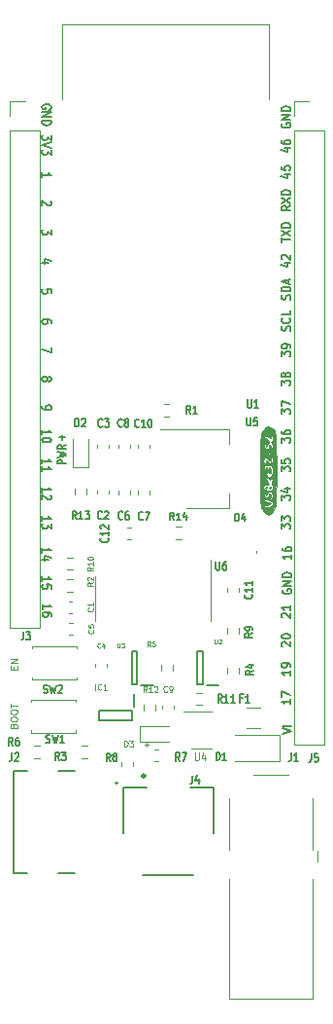
<source format=gbr>
%TF.GenerationSoftware,KiCad,Pcbnew,5.1.5+dfsg1-2build2*%
%TF.CreationDate,2021-06-08T17:36:12+05:30*%
%TF.ProjectId,ESP32-S2,45535033-322d-4533-922e-6b696361645f,rev?*%
%TF.SameCoordinates,Original*%
%TF.FileFunction,Legend,Top*%
%TF.FilePolarity,Positive*%
%FSLAX46Y46*%
G04 Gerber Fmt 4.6, Leading zero omitted, Abs format (unit mm)*
G04 Created by KiCad (PCBNEW 5.1.5+dfsg1-2build2) date 2021-06-08 17:36:12*
%MOMM*%
%LPD*%
G04 APERTURE LIST*
%ADD10C,0.100000*%
%ADD11C,0.150000*%
%ADD12C,0.010000*%
%ADD13C,0.200000*%
%ADD14C,0.120000*%
%ADD15C,0.127000*%
%ADD16C,0.300000*%
%ADD17C,0.125000*%
G04 APERTURE END LIST*
D10*
X149051514Y-123533676D02*
X149051514Y-123152723D01*
X149241990Y-123343200D02*
X148861038Y-123343200D01*
D11*
X140741695Y-84063666D02*
X140741695Y-83730333D01*
X140360742Y-83697000D01*
X140398838Y-83730333D01*
X140436933Y-83797000D01*
X140436933Y-83963666D01*
X140398838Y-84030333D01*
X140360742Y-84063666D01*
X140284552Y-84097000D01*
X140094076Y-84097000D01*
X140017885Y-84063666D01*
X139979790Y-84030333D01*
X139941695Y-83963666D01*
X139941695Y-83797000D01*
X139979790Y-83730333D01*
X140017885Y-83697000D01*
X141699800Y-96825571D02*
X141699800Y-96368428D01*
X141966466Y-96597000D02*
X141433133Y-96597000D01*
X139992495Y-111551266D02*
X139992495Y-111151266D01*
X139992495Y-111351266D02*
X140792495Y-111351266D01*
X140678209Y-111284600D01*
X140602019Y-111217933D01*
X140563923Y-111151266D01*
X140792495Y-112151266D02*
X140792495Y-112017933D01*
X140754400Y-111951266D01*
X140716304Y-111917933D01*
X140602019Y-111851266D01*
X140449638Y-111817933D01*
X140144876Y-111817933D01*
X140068685Y-111851266D01*
X140030590Y-111884600D01*
X139992495Y-111951266D01*
X139992495Y-112084600D01*
X140030590Y-112151266D01*
X140068685Y-112184600D01*
X140144876Y-112217933D01*
X140335352Y-112217933D01*
X140411542Y-112184600D01*
X140449638Y-112151266D01*
X140487733Y-112084600D01*
X140487733Y-111951266D01*
X140449638Y-111884600D01*
X140411542Y-111851266D01*
X140335352Y-111817933D01*
X160871304Y-122397000D02*
X161671304Y-122163666D01*
X160871304Y-121930333D01*
X161671304Y-121697000D02*
X160871304Y-121697000D01*
X160909400Y-109830333D02*
X160871304Y-109897000D01*
X160871304Y-109997000D01*
X160909400Y-110097000D01*
X160985590Y-110163666D01*
X161061780Y-110197000D01*
X161214161Y-110230333D01*
X161328447Y-110230333D01*
X161480828Y-110197000D01*
X161557019Y-110163666D01*
X161633209Y-110097000D01*
X161671304Y-109997000D01*
X161671304Y-109930333D01*
X161633209Y-109830333D01*
X161595114Y-109797000D01*
X161328447Y-109797000D01*
X161328447Y-109930333D01*
X161671304Y-109497000D02*
X160871304Y-109497000D01*
X161671304Y-109097000D01*
X160871304Y-109097000D01*
X161671304Y-108763666D02*
X160871304Y-108763666D01*
X160871304Y-108597000D01*
X160909400Y-108497000D01*
X160985590Y-108430333D01*
X161061780Y-108397000D01*
X161214161Y-108363666D01*
X161328447Y-108363666D01*
X161480828Y-108397000D01*
X161557019Y-108430333D01*
X161633209Y-108497000D01*
X161671304Y-108597000D01*
X161671304Y-108763666D01*
X141991866Y-98895600D02*
X141291866Y-98895600D01*
X141291866Y-98667028D01*
X141325200Y-98609885D01*
X141358533Y-98581314D01*
X141425200Y-98552742D01*
X141525200Y-98552742D01*
X141591866Y-98581314D01*
X141625200Y-98609885D01*
X141658533Y-98667028D01*
X141658533Y-98895600D01*
X141291866Y-98352742D02*
X141991866Y-98209885D01*
X141491866Y-98095600D01*
X141991866Y-97981314D01*
X141291866Y-97838457D01*
X141991866Y-97267028D02*
X141658533Y-97467028D01*
X141991866Y-97609885D02*
X141291866Y-97609885D01*
X141291866Y-97381314D01*
X141325200Y-97324171D01*
X141358533Y-97295600D01*
X141425200Y-97267028D01*
X141525200Y-97267028D01*
X141591866Y-97295600D01*
X141625200Y-97324171D01*
X141658533Y-97381314D01*
X141658533Y-97609885D01*
D10*
X137466742Y-116775657D02*
X137466742Y-116575657D01*
X137781028Y-116489942D02*
X137781028Y-116775657D01*
X137181028Y-116775657D01*
X137181028Y-116489942D01*
X137781028Y-116232800D02*
X137181028Y-116232800D01*
X137781028Y-115889942D01*
X137181028Y-115889942D01*
X137466742Y-121668285D02*
X137495314Y-121582571D01*
X137523885Y-121554000D01*
X137581028Y-121525428D01*
X137666742Y-121525428D01*
X137723885Y-121554000D01*
X137752457Y-121582571D01*
X137781028Y-121639714D01*
X137781028Y-121868285D01*
X137181028Y-121868285D01*
X137181028Y-121668285D01*
X137209600Y-121611142D01*
X137238171Y-121582571D01*
X137295314Y-121554000D01*
X137352457Y-121554000D01*
X137409600Y-121582571D01*
X137438171Y-121611142D01*
X137466742Y-121668285D01*
X137466742Y-121868285D01*
X137181028Y-121154000D02*
X137181028Y-121039714D01*
X137209600Y-120982571D01*
X137266742Y-120925428D01*
X137381028Y-120896857D01*
X137581028Y-120896857D01*
X137695314Y-120925428D01*
X137752457Y-120982571D01*
X137781028Y-121039714D01*
X137781028Y-121154000D01*
X137752457Y-121211142D01*
X137695314Y-121268285D01*
X137581028Y-121296857D01*
X137381028Y-121296857D01*
X137266742Y-121268285D01*
X137209600Y-121211142D01*
X137181028Y-121154000D01*
X137181028Y-120525428D02*
X137181028Y-120411142D01*
X137209600Y-120354000D01*
X137266742Y-120296857D01*
X137381028Y-120268285D01*
X137581028Y-120268285D01*
X137695314Y-120296857D01*
X137752457Y-120354000D01*
X137781028Y-120411142D01*
X137781028Y-120525428D01*
X137752457Y-120582571D01*
X137695314Y-120639714D01*
X137581028Y-120668285D01*
X137381028Y-120668285D01*
X137266742Y-120639714D01*
X137209600Y-120582571D01*
X137181028Y-120525428D01*
X137181028Y-120096857D02*
X137181028Y-119754000D01*
X137781028Y-119925428D02*
X137181028Y-119925428D01*
D11*
X161671304Y-106788733D02*
X161671304Y-107188733D01*
X161671304Y-106988733D02*
X160871304Y-106988733D01*
X160985590Y-107055400D01*
X161061780Y-107122066D01*
X161099876Y-107188733D01*
X160871304Y-106188733D02*
X160871304Y-106322066D01*
X160909400Y-106388733D01*
X160947495Y-106422066D01*
X161061780Y-106488733D01*
X161214161Y-106522066D01*
X161518923Y-106522066D01*
X161595114Y-106488733D01*
X161633209Y-106455400D01*
X161671304Y-106388733D01*
X161671304Y-106255400D01*
X161633209Y-106188733D01*
X161595114Y-106155400D01*
X161518923Y-106122066D01*
X161328447Y-106122066D01*
X161252257Y-106155400D01*
X161214161Y-106188733D01*
X161176066Y-106255400D01*
X161176066Y-106388733D01*
X161214161Y-106455400D01*
X161252257Y-106488733D01*
X161328447Y-106522066D01*
X161611904Y-119383333D02*
X161611904Y-119783333D01*
X161611904Y-119583333D02*
X160811904Y-119583333D01*
X160926190Y-119650000D01*
X161002380Y-119716666D01*
X161040476Y-119783333D01*
X160811904Y-119150000D02*
X160811904Y-118683333D01*
X161611904Y-118983333D01*
X161611904Y-116883333D02*
X161611904Y-117283333D01*
X161611904Y-117083333D02*
X160811904Y-117083333D01*
X160926190Y-117150000D01*
X161002380Y-117216666D01*
X161040476Y-117283333D01*
X161611904Y-116550000D02*
X161611904Y-116416666D01*
X161573809Y-116350000D01*
X161535714Y-116316666D01*
X161421428Y-116250000D01*
X161269047Y-116216666D01*
X160964285Y-116216666D01*
X160888095Y-116250000D01*
X160850000Y-116283333D01*
X160811904Y-116350000D01*
X160811904Y-116483333D01*
X160850000Y-116550000D01*
X160888095Y-116583333D01*
X160964285Y-116616666D01*
X161154761Y-116616666D01*
X161230952Y-116583333D01*
X161269047Y-116550000D01*
X161307142Y-116483333D01*
X161307142Y-116350000D01*
X161269047Y-116283333D01*
X161230952Y-116250000D01*
X161154761Y-116216666D01*
X160888095Y-114783333D02*
X160850000Y-114750000D01*
X160811904Y-114683333D01*
X160811904Y-114516666D01*
X160850000Y-114450000D01*
X160888095Y-114416666D01*
X160964285Y-114383333D01*
X161040476Y-114383333D01*
X161154761Y-114416666D01*
X161611904Y-114816666D01*
X161611904Y-114383333D01*
X160811904Y-113950000D02*
X160811904Y-113883333D01*
X160850000Y-113816666D01*
X160888095Y-113783333D01*
X160964285Y-113750000D01*
X161116666Y-113716666D01*
X161307142Y-113716666D01*
X161459523Y-113750000D01*
X161535714Y-113783333D01*
X161573809Y-113816666D01*
X161611904Y-113883333D01*
X161611904Y-113950000D01*
X161573809Y-114016666D01*
X161535714Y-114050000D01*
X161459523Y-114083333D01*
X161307142Y-114116666D01*
X161116666Y-114116666D01*
X160964285Y-114083333D01*
X160888095Y-114050000D01*
X160850000Y-114016666D01*
X160811904Y-113950000D01*
X160888095Y-112283333D02*
X160850000Y-112250000D01*
X160811904Y-112183333D01*
X160811904Y-112016666D01*
X160850000Y-111950000D01*
X160888095Y-111916666D01*
X160964285Y-111883333D01*
X161040476Y-111883333D01*
X161154761Y-111916666D01*
X161611904Y-112316666D01*
X161611904Y-111883333D01*
X161611904Y-111216666D02*
X161611904Y-111616666D01*
X161611904Y-111416666D02*
X160811904Y-111416666D01*
X160926190Y-111483333D01*
X161002380Y-111550000D01*
X161040476Y-111616666D01*
X160811904Y-104566666D02*
X160811904Y-104133333D01*
X161116666Y-104366666D01*
X161116666Y-104266666D01*
X161154761Y-104200000D01*
X161192857Y-104166666D01*
X161269047Y-104133333D01*
X161459523Y-104133333D01*
X161535714Y-104166666D01*
X161573809Y-104200000D01*
X161611904Y-104266666D01*
X161611904Y-104466666D01*
X161573809Y-104533333D01*
X161535714Y-104566666D01*
X160811904Y-103900000D02*
X160811904Y-103466666D01*
X161116666Y-103700000D01*
X161116666Y-103600000D01*
X161154761Y-103533333D01*
X161192857Y-103500000D01*
X161269047Y-103466666D01*
X161459523Y-103466666D01*
X161535714Y-103500000D01*
X161573809Y-103533333D01*
X161611904Y-103600000D01*
X161611904Y-103800000D01*
X161573809Y-103866666D01*
X161535714Y-103900000D01*
X160811904Y-102066666D02*
X160811904Y-101633333D01*
X161116666Y-101866666D01*
X161116666Y-101766666D01*
X161154761Y-101700000D01*
X161192857Y-101666666D01*
X161269047Y-101633333D01*
X161459523Y-101633333D01*
X161535714Y-101666666D01*
X161573809Y-101700000D01*
X161611904Y-101766666D01*
X161611904Y-101966666D01*
X161573809Y-102033333D01*
X161535714Y-102066666D01*
X161078571Y-101033333D02*
X161611904Y-101033333D01*
X160773809Y-101200000D02*
X161345238Y-101366666D01*
X161345238Y-100933333D01*
X160811904Y-99566666D02*
X160811904Y-99133333D01*
X161116666Y-99366666D01*
X161116666Y-99266666D01*
X161154761Y-99200000D01*
X161192857Y-99166666D01*
X161269047Y-99133333D01*
X161459523Y-99133333D01*
X161535714Y-99166666D01*
X161573809Y-99200000D01*
X161611904Y-99266666D01*
X161611904Y-99466666D01*
X161573809Y-99533333D01*
X161535714Y-99566666D01*
X160811904Y-98500000D02*
X160811904Y-98833333D01*
X161192857Y-98866666D01*
X161154761Y-98833333D01*
X161116666Y-98766666D01*
X161116666Y-98600000D01*
X161154761Y-98533333D01*
X161192857Y-98500000D01*
X161269047Y-98466666D01*
X161459523Y-98466666D01*
X161535714Y-98500000D01*
X161573809Y-98533333D01*
X161611904Y-98600000D01*
X161611904Y-98766666D01*
X161573809Y-98833333D01*
X161535714Y-98866666D01*
X160811904Y-97066666D02*
X160811904Y-96633333D01*
X161116666Y-96866666D01*
X161116666Y-96766666D01*
X161154761Y-96700000D01*
X161192857Y-96666666D01*
X161269047Y-96633333D01*
X161459523Y-96633333D01*
X161535714Y-96666666D01*
X161573809Y-96700000D01*
X161611904Y-96766666D01*
X161611904Y-96966666D01*
X161573809Y-97033333D01*
X161535714Y-97066666D01*
X160811904Y-96033333D02*
X160811904Y-96166666D01*
X160850000Y-96233333D01*
X160888095Y-96266666D01*
X161002380Y-96333333D01*
X161154761Y-96366666D01*
X161459523Y-96366666D01*
X161535714Y-96333333D01*
X161573809Y-96300000D01*
X161611904Y-96233333D01*
X161611904Y-96100000D01*
X161573809Y-96033333D01*
X161535714Y-96000000D01*
X161459523Y-95966666D01*
X161269047Y-95966666D01*
X161192857Y-96000000D01*
X161154761Y-96033333D01*
X161116666Y-96100000D01*
X161116666Y-96233333D01*
X161154761Y-96300000D01*
X161192857Y-96333333D01*
X161269047Y-96366666D01*
X160811904Y-94566666D02*
X160811904Y-94133333D01*
X161116666Y-94366666D01*
X161116666Y-94266666D01*
X161154761Y-94200000D01*
X161192857Y-94166666D01*
X161269047Y-94133333D01*
X161459523Y-94133333D01*
X161535714Y-94166666D01*
X161573809Y-94200000D01*
X161611904Y-94266666D01*
X161611904Y-94466666D01*
X161573809Y-94533333D01*
X161535714Y-94566666D01*
X160811904Y-93900000D02*
X160811904Y-93433333D01*
X161611904Y-93733333D01*
X160811904Y-92066666D02*
X160811904Y-91633333D01*
X161116666Y-91866666D01*
X161116666Y-91766666D01*
X161154761Y-91700000D01*
X161192857Y-91666666D01*
X161269047Y-91633333D01*
X161459523Y-91633333D01*
X161535714Y-91666666D01*
X161573809Y-91700000D01*
X161611904Y-91766666D01*
X161611904Y-91966666D01*
X161573809Y-92033333D01*
X161535714Y-92066666D01*
X161154761Y-91233333D02*
X161116666Y-91300000D01*
X161078571Y-91333333D01*
X161002380Y-91366666D01*
X160964285Y-91366666D01*
X160888095Y-91333333D01*
X160850000Y-91300000D01*
X160811904Y-91233333D01*
X160811904Y-91100000D01*
X160850000Y-91033333D01*
X160888095Y-91000000D01*
X160964285Y-90966666D01*
X161002380Y-90966666D01*
X161078571Y-91000000D01*
X161116666Y-91033333D01*
X161154761Y-91100000D01*
X161154761Y-91233333D01*
X161192857Y-91300000D01*
X161230952Y-91333333D01*
X161307142Y-91366666D01*
X161459523Y-91366666D01*
X161535714Y-91333333D01*
X161573809Y-91300000D01*
X161611904Y-91233333D01*
X161611904Y-91100000D01*
X161573809Y-91033333D01*
X161535714Y-91000000D01*
X161459523Y-90966666D01*
X161307142Y-90966666D01*
X161230952Y-91000000D01*
X161192857Y-91033333D01*
X161154761Y-91100000D01*
X160811904Y-89566666D02*
X160811904Y-89133333D01*
X161116666Y-89366666D01*
X161116666Y-89266666D01*
X161154761Y-89200000D01*
X161192857Y-89166666D01*
X161269047Y-89133333D01*
X161459523Y-89133333D01*
X161535714Y-89166666D01*
X161573809Y-89200000D01*
X161611904Y-89266666D01*
X161611904Y-89466666D01*
X161573809Y-89533333D01*
X161535714Y-89566666D01*
X161611904Y-88800000D02*
X161611904Y-88666666D01*
X161573809Y-88600000D01*
X161535714Y-88566666D01*
X161421428Y-88500000D01*
X161269047Y-88466666D01*
X160964285Y-88466666D01*
X160888095Y-88500000D01*
X160850000Y-88533333D01*
X160811904Y-88600000D01*
X160811904Y-88733333D01*
X160850000Y-88800000D01*
X160888095Y-88833333D01*
X160964285Y-88866666D01*
X161154761Y-88866666D01*
X161230952Y-88833333D01*
X161269047Y-88800000D01*
X161307142Y-88733333D01*
X161307142Y-88600000D01*
X161269047Y-88533333D01*
X161230952Y-88500000D01*
X161154761Y-88466666D01*
X161573809Y-87333333D02*
X161611904Y-87233333D01*
X161611904Y-87066666D01*
X161573809Y-87000000D01*
X161535714Y-86966666D01*
X161459523Y-86933333D01*
X161383333Y-86933333D01*
X161307142Y-86966666D01*
X161269047Y-87000000D01*
X161230952Y-87066666D01*
X161192857Y-87200000D01*
X161154761Y-87266666D01*
X161116666Y-87300000D01*
X161040476Y-87333333D01*
X160964285Y-87333333D01*
X160888095Y-87300000D01*
X160850000Y-87266666D01*
X160811904Y-87200000D01*
X160811904Y-87033333D01*
X160850000Y-86933333D01*
X161535714Y-86233333D02*
X161573809Y-86266666D01*
X161611904Y-86366666D01*
X161611904Y-86433333D01*
X161573809Y-86533333D01*
X161497619Y-86600000D01*
X161421428Y-86633333D01*
X161269047Y-86666666D01*
X161154761Y-86666666D01*
X161002380Y-86633333D01*
X160926190Y-86600000D01*
X160850000Y-86533333D01*
X160811904Y-86433333D01*
X160811904Y-86366666D01*
X160850000Y-86266666D01*
X160888095Y-86233333D01*
X161611904Y-85600000D02*
X161611904Y-85933333D01*
X160811904Y-85933333D01*
X161573809Y-84600000D02*
X161611904Y-84500000D01*
X161611904Y-84333333D01*
X161573809Y-84266666D01*
X161535714Y-84233333D01*
X161459523Y-84200000D01*
X161383333Y-84200000D01*
X161307142Y-84233333D01*
X161269047Y-84266666D01*
X161230952Y-84333333D01*
X161192857Y-84466666D01*
X161154761Y-84533333D01*
X161116666Y-84566666D01*
X161040476Y-84600000D01*
X160964285Y-84600000D01*
X160888095Y-84566666D01*
X160850000Y-84533333D01*
X160811904Y-84466666D01*
X160811904Y-84300000D01*
X160850000Y-84200000D01*
X161611904Y-83900000D02*
X160811904Y-83900000D01*
X160811904Y-83733333D01*
X160850000Y-83633333D01*
X160926190Y-83566666D01*
X161002380Y-83533333D01*
X161154761Y-83500000D01*
X161269047Y-83500000D01*
X161421428Y-83533333D01*
X161497619Y-83566666D01*
X161573809Y-83633333D01*
X161611904Y-83733333D01*
X161611904Y-83900000D01*
X161383333Y-83233333D02*
X161383333Y-82900000D01*
X161611904Y-83300000D02*
X160811904Y-83066666D01*
X161611904Y-82833333D01*
X161078571Y-81450000D02*
X161611904Y-81450000D01*
X160773809Y-81616666D02*
X161345238Y-81783333D01*
X161345238Y-81350000D01*
X160888095Y-81116666D02*
X160850000Y-81083333D01*
X160811904Y-81016666D01*
X160811904Y-80850000D01*
X160850000Y-80783333D01*
X160888095Y-80750000D01*
X160964285Y-80716666D01*
X161040476Y-80716666D01*
X161154761Y-80750000D01*
X161611904Y-81150000D01*
X161611904Y-80716666D01*
X160811904Y-79633333D02*
X160811904Y-79233333D01*
X161611904Y-79433333D02*
X160811904Y-79433333D01*
X160811904Y-79066666D02*
X161611904Y-78600000D01*
X160811904Y-78600000D02*
X161611904Y-79066666D01*
X161611904Y-78333333D02*
X160811904Y-78333333D01*
X160811904Y-78166666D01*
X160850000Y-78066666D01*
X160926190Y-78000000D01*
X161002380Y-77966666D01*
X161154761Y-77933333D01*
X161269047Y-77933333D01*
X161421428Y-77966666D01*
X161497619Y-78000000D01*
X161573809Y-78066666D01*
X161611904Y-78166666D01*
X161611904Y-78333333D01*
X161611904Y-76466666D02*
X161230952Y-76700000D01*
X161611904Y-76866666D02*
X160811904Y-76866666D01*
X160811904Y-76600000D01*
X160850000Y-76533333D01*
X160888095Y-76500000D01*
X160964285Y-76466666D01*
X161078571Y-76466666D01*
X161154761Y-76500000D01*
X161192857Y-76533333D01*
X161230952Y-76600000D01*
X161230952Y-76866666D01*
X160811904Y-76233333D02*
X161611904Y-75766666D01*
X160811904Y-75766666D02*
X161611904Y-76233333D01*
X161611904Y-75500000D02*
X160811904Y-75500000D01*
X160811904Y-75333333D01*
X160850000Y-75233333D01*
X160926190Y-75166666D01*
X161002380Y-75133333D01*
X161154761Y-75100000D01*
X161269047Y-75100000D01*
X161421428Y-75133333D01*
X161497619Y-75166666D01*
X161573809Y-75233333D01*
X161611904Y-75333333D01*
X161611904Y-75500000D01*
X161078571Y-73700000D02*
X161611904Y-73700000D01*
X160773809Y-73866666D02*
X161345238Y-74033333D01*
X161345238Y-73600000D01*
X160811904Y-73000000D02*
X160811904Y-73333333D01*
X161192857Y-73366666D01*
X161154761Y-73333333D01*
X161116666Y-73266666D01*
X161116666Y-73100000D01*
X161154761Y-73033333D01*
X161192857Y-73000000D01*
X161269047Y-72966666D01*
X161459523Y-72966666D01*
X161535714Y-73000000D01*
X161573809Y-73033333D01*
X161611904Y-73100000D01*
X161611904Y-73266666D01*
X161573809Y-73333333D01*
X161535714Y-73366666D01*
X161078571Y-71450000D02*
X161611904Y-71450000D01*
X160773809Y-71616666D02*
X161345238Y-71783333D01*
X161345238Y-71350000D01*
X160811904Y-70783333D02*
X160811904Y-70916666D01*
X160850000Y-70983333D01*
X160888095Y-71016666D01*
X161002380Y-71083333D01*
X161154761Y-71116666D01*
X161459523Y-71116666D01*
X161535714Y-71083333D01*
X161573809Y-71050000D01*
X161611904Y-70983333D01*
X161611904Y-70850000D01*
X161573809Y-70783333D01*
X161535714Y-70750000D01*
X161459523Y-70716666D01*
X161269047Y-70716666D01*
X161192857Y-70750000D01*
X161154761Y-70783333D01*
X161116666Y-70850000D01*
X161116666Y-70983333D01*
X161154761Y-71050000D01*
X161192857Y-71083333D01*
X161269047Y-71116666D01*
X160850000Y-69283333D02*
X160811904Y-69350000D01*
X160811904Y-69450000D01*
X160850000Y-69550000D01*
X160926190Y-69616666D01*
X161002380Y-69650000D01*
X161154761Y-69683333D01*
X161269047Y-69683333D01*
X161421428Y-69650000D01*
X161497619Y-69616666D01*
X161573809Y-69550000D01*
X161611904Y-69450000D01*
X161611904Y-69383333D01*
X161573809Y-69283333D01*
X161535714Y-69250000D01*
X161269047Y-69250000D01*
X161269047Y-69383333D01*
X161611904Y-68950000D02*
X160811904Y-68950000D01*
X161611904Y-68550000D01*
X160811904Y-68550000D01*
X161611904Y-68216666D02*
X160811904Y-68216666D01*
X160811904Y-68050000D01*
X160850000Y-67950000D01*
X160926190Y-67883333D01*
X161002380Y-67850000D01*
X161154761Y-67816666D01*
X161269047Y-67816666D01*
X161421428Y-67850000D01*
X161497619Y-67883333D01*
X161573809Y-67950000D01*
X161611904Y-68050000D01*
X161611904Y-68216666D01*
X139938095Y-109116666D02*
X139938095Y-108716666D01*
X139938095Y-108916666D02*
X140738095Y-108916666D01*
X140623809Y-108850000D01*
X140547619Y-108783333D01*
X140509523Y-108716666D01*
X140738095Y-109750000D02*
X140738095Y-109416666D01*
X140357142Y-109383333D01*
X140395238Y-109416666D01*
X140433333Y-109483333D01*
X140433333Y-109650000D01*
X140395238Y-109716666D01*
X140357142Y-109750000D01*
X140280952Y-109783333D01*
X140090476Y-109783333D01*
X140014285Y-109750000D01*
X139976190Y-109716666D01*
X139938095Y-109650000D01*
X139938095Y-109483333D01*
X139976190Y-109416666D01*
X140014285Y-109383333D01*
X139938095Y-106636666D02*
X139938095Y-106236666D01*
X139938095Y-106436666D02*
X140738095Y-106436666D01*
X140623809Y-106370000D01*
X140547619Y-106303333D01*
X140509523Y-106236666D01*
X140471428Y-107236666D02*
X139938095Y-107236666D01*
X140776190Y-107070000D02*
X140204761Y-106903333D01*
X140204761Y-107336666D01*
X139938095Y-103866666D02*
X139938095Y-103466666D01*
X139938095Y-103666666D02*
X140738095Y-103666666D01*
X140623809Y-103600000D01*
X140547619Y-103533333D01*
X140509523Y-103466666D01*
X140738095Y-104100000D02*
X140738095Y-104533333D01*
X140433333Y-104300000D01*
X140433333Y-104400000D01*
X140395238Y-104466666D01*
X140357142Y-104500000D01*
X140280952Y-104533333D01*
X140090476Y-104533333D01*
X140014285Y-104500000D01*
X139976190Y-104466666D01*
X139938095Y-104400000D01*
X139938095Y-104200000D01*
X139976190Y-104133333D01*
X140014285Y-104100000D01*
X139938095Y-101366666D02*
X139938095Y-100966666D01*
X139938095Y-101166666D02*
X140738095Y-101166666D01*
X140623809Y-101100000D01*
X140547619Y-101033333D01*
X140509523Y-100966666D01*
X140661904Y-101633333D02*
X140700000Y-101666666D01*
X140738095Y-101733333D01*
X140738095Y-101900000D01*
X140700000Y-101966666D01*
X140661904Y-102000000D01*
X140585714Y-102033333D01*
X140509523Y-102033333D01*
X140395238Y-102000000D01*
X139938095Y-101600000D01*
X139938095Y-102033333D01*
X139938095Y-98886666D02*
X139938095Y-98486666D01*
X139938095Y-98686666D02*
X140738095Y-98686666D01*
X140623809Y-98620000D01*
X140547619Y-98553333D01*
X140509523Y-98486666D01*
X139938095Y-99553333D02*
X139938095Y-99153333D01*
X139938095Y-99353333D02*
X140738095Y-99353333D01*
X140623809Y-99286666D01*
X140547619Y-99220000D01*
X140509523Y-99153333D01*
X139938095Y-96366666D02*
X139938095Y-95966666D01*
X139938095Y-96166666D02*
X140738095Y-96166666D01*
X140623809Y-96100000D01*
X140547619Y-96033333D01*
X140509523Y-95966666D01*
X140738095Y-96800000D02*
X140738095Y-96866666D01*
X140700000Y-96933333D01*
X140661904Y-96966666D01*
X140585714Y-97000000D01*
X140433333Y-97033333D01*
X140242857Y-97033333D01*
X140090476Y-97000000D01*
X140014285Y-96966666D01*
X139976190Y-96933333D01*
X139938095Y-96866666D01*
X139938095Y-96800000D01*
X139976190Y-96733333D01*
X140014285Y-96700000D01*
X140090476Y-96666666D01*
X140242857Y-96633333D01*
X140433333Y-96633333D01*
X140585714Y-96666666D01*
X140661904Y-96700000D01*
X140700000Y-96733333D01*
X140738095Y-96800000D01*
X139938095Y-93886666D02*
X139938095Y-94020000D01*
X139976190Y-94086666D01*
X140014285Y-94120000D01*
X140128571Y-94186666D01*
X140280952Y-94220000D01*
X140585714Y-94220000D01*
X140661904Y-94186666D01*
X140700000Y-94153333D01*
X140738095Y-94086666D01*
X140738095Y-93953333D01*
X140700000Y-93886666D01*
X140661904Y-93853333D01*
X140585714Y-93820000D01*
X140395238Y-93820000D01*
X140319047Y-93853333D01*
X140280952Y-93886666D01*
X140242857Y-93953333D01*
X140242857Y-94086666D01*
X140280952Y-94153333D01*
X140319047Y-94186666D01*
X140395238Y-94220000D01*
X140395238Y-91453333D02*
X140433333Y-91386666D01*
X140471428Y-91353333D01*
X140547619Y-91320000D01*
X140585714Y-91320000D01*
X140661904Y-91353333D01*
X140700000Y-91386666D01*
X140738095Y-91453333D01*
X140738095Y-91586666D01*
X140700000Y-91653333D01*
X140661904Y-91686666D01*
X140585714Y-91720000D01*
X140547619Y-91720000D01*
X140471428Y-91686666D01*
X140433333Y-91653333D01*
X140395238Y-91586666D01*
X140395238Y-91453333D01*
X140357142Y-91386666D01*
X140319047Y-91353333D01*
X140242857Y-91320000D01*
X140090476Y-91320000D01*
X140014285Y-91353333D01*
X139976190Y-91386666D01*
X139938095Y-91453333D01*
X139938095Y-91586666D01*
X139976190Y-91653333D01*
X140014285Y-91686666D01*
X140090476Y-91720000D01*
X140242857Y-91720000D01*
X140319047Y-91686666D01*
X140357142Y-91653333D01*
X140395238Y-91586666D01*
X140738095Y-88786666D02*
X140738095Y-89253333D01*
X139938095Y-88953333D01*
X140738095Y-86653333D02*
X140738095Y-86520000D01*
X140700000Y-86453333D01*
X140661904Y-86420000D01*
X140547619Y-86353333D01*
X140395238Y-86320000D01*
X140090476Y-86320000D01*
X140014285Y-86353333D01*
X139976190Y-86386666D01*
X139938095Y-86453333D01*
X139938095Y-86586666D01*
X139976190Y-86653333D01*
X140014285Y-86686666D01*
X140090476Y-86720000D01*
X140280952Y-86720000D01*
X140357142Y-86686666D01*
X140395238Y-86653333D01*
X140433333Y-86586666D01*
X140433333Y-86453333D01*
X140395238Y-86386666D01*
X140357142Y-86353333D01*
X140280952Y-86320000D01*
X140471428Y-81403333D02*
X139938095Y-81403333D01*
X140776190Y-81236666D02*
X140204761Y-81070000D01*
X140204761Y-81503333D01*
X140738095Y-78536666D02*
X140738095Y-78970000D01*
X140433333Y-78736666D01*
X140433333Y-78836666D01*
X140395238Y-78903333D01*
X140357142Y-78936666D01*
X140280952Y-78970000D01*
X140090476Y-78970000D01*
X140014285Y-78936666D01*
X139976190Y-78903333D01*
X139938095Y-78836666D01*
X139938095Y-78636666D01*
X139976190Y-78570000D01*
X140014285Y-78536666D01*
X140661904Y-76070000D02*
X140700000Y-76103333D01*
X140738095Y-76170000D01*
X140738095Y-76336666D01*
X140700000Y-76403333D01*
X140661904Y-76436666D01*
X140585714Y-76470000D01*
X140509523Y-76470000D01*
X140395238Y-76436666D01*
X139938095Y-76036666D01*
X139938095Y-76470000D01*
X139938095Y-73970000D02*
X139938095Y-73570000D01*
X139938095Y-73770000D02*
X140738095Y-73770000D01*
X140623809Y-73703333D01*
X140547619Y-73636666D01*
X140509523Y-73570000D01*
X140738095Y-70293333D02*
X140738095Y-70726666D01*
X140433333Y-70493333D01*
X140433333Y-70593333D01*
X140395238Y-70660000D01*
X140357142Y-70693333D01*
X140280952Y-70726666D01*
X140090476Y-70726666D01*
X140014285Y-70693333D01*
X139976190Y-70660000D01*
X139938095Y-70593333D01*
X139938095Y-70393333D01*
X139976190Y-70326666D01*
X140014285Y-70293333D01*
X140738095Y-70926666D02*
X139938095Y-71160000D01*
X140738095Y-71393333D01*
X140738095Y-71560000D02*
X140738095Y-71993333D01*
X140433333Y-71760000D01*
X140433333Y-71860000D01*
X140395238Y-71926666D01*
X140357142Y-71960000D01*
X140280952Y-71993333D01*
X140090476Y-71993333D01*
X140014285Y-71960000D01*
X139976190Y-71926666D01*
X139938095Y-71860000D01*
X139938095Y-71660000D01*
X139976190Y-71593333D01*
X140014285Y-71560000D01*
X140700000Y-68006666D02*
X140738095Y-67940000D01*
X140738095Y-67840000D01*
X140700000Y-67740000D01*
X140623809Y-67673333D01*
X140547619Y-67640000D01*
X140395238Y-67606666D01*
X140280952Y-67606666D01*
X140128571Y-67640000D01*
X140052380Y-67673333D01*
X139976190Y-67740000D01*
X139938095Y-67840000D01*
X139938095Y-67906666D01*
X139976190Y-68006666D01*
X140014285Y-68040000D01*
X140280952Y-68040000D01*
X140280952Y-67906666D01*
X139938095Y-68340000D02*
X140738095Y-68340000D01*
X139938095Y-68740000D01*
X140738095Y-68740000D01*
X139938095Y-69073333D02*
X140738095Y-69073333D01*
X140738095Y-69240000D01*
X140700000Y-69340000D01*
X140623809Y-69406666D01*
X140547619Y-69440000D01*
X140395238Y-69473333D01*
X140280952Y-69473333D01*
X140128571Y-69440000D01*
X140052380Y-69406666D01*
X139976190Y-69340000D01*
X139938095Y-69240000D01*
X139938095Y-69073333D01*
D12*
G36*
X158962580Y-99433333D02*
G01*
X158965399Y-98588070D01*
X158971438Y-97895028D01*
X158982752Y-97337098D01*
X159001395Y-96897174D01*
X159029424Y-96558145D01*
X159068894Y-96302905D01*
X159121860Y-96114345D01*
X159190377Y-95975356D01*
X159276501Y-95868831D01*
X159382287Y-95777661D01*
X159403702Y-95761467D01*
X159655976Y-95656538D01*
X159899325Y-95716636D01*
X160122456Y-95937470D01*
X160200428Y-96064163D01*
X160241324Y-96152026D01*
X160274454Y-96262462D01*
X160300748Y-96413491D01*
X160321135Y-96623132D01*
X160336544Y-96909404D01*
X160347905Y-97290326D01*
X160356146Y-97783918D01*
X160362198Y-98408199D01*
X160366989Y-99181189D01*
X160367633Y-99306333D01*
X160369185Y-100010888D01*
X160366825Y-100671984D01*
X160360920Y-101267923D01*
X160351836Y-101777002D01*
X160339942Y-102177519D01*
X160325605Y-102447774D01*
X160312624Y-102555603D01*
X160185549Y-102886122D01*
X159998390Y-103147891D01*
X159784981Y-103297473D01*
X159722053Y-103313808D01*
X159720492Y-103313492D01*
X159720492Y-102688170D01*
X159918197Y-102604969D01*
X160035735Y-102461591D01*
X160042973Y-102291658D01*
X159942431Y-102153537D01*
X159906256Y-102134947D01*
X159906256Y-101975452D01*
X159999889Y-101916889D01*
X160051310Y-101769342D01*
X160038787Y-101549418D01*
X160004942Y-101429925D01*
X159894173Y-101308578D01*
X159742993Y-101316684D01*
X159672676Y-101380450D01*
X159672676Y-101211333D01*
X159909003Y-101202494D01*
X160021371Y-101159779D01*
X160054886Y-101058891D01*
X160056334Y-101004664D01*
X160025784Y-100825862D01*
X159973401Y-100746738D01*
X159941905Y-100639910D01*
X159986763Y-100541290D01*
X160038661Y-100337953D01*
X160018275Y-100227716D01*
X159962899Y-100115493D01*
X159919981Y-100160975D01*
X159892718Y-100231476D01*
X159839318Y-100341401D01*
X159836881Y-100338904D01*
X159836881Y-100078151D01*
X159965690Y-99975120D01*
X160025689Y-99718635D01*
X160029044Y-99491548D01*
X160014000Y-99052333D01*
X159825640Y-99036910D01*
X159825640Y-98831992D01*
X159976908Y-98816766D01*
X160051815Y-98660197D01*
X160056334Y-98586667D01*
X160031809Y-98408325D01*
X159972720Y-98332686D01*
X159971667Y-98332667D01*
X159941074Y-98365383D01*
X159941074Y-97655333D01*
X160020395Y-97585278D01*
X160055059Y-97423155D01*
X160042051Y-97241033D01*
X159978356Y-97110976D01*
X159964290Y-97100441D01*
X159918034Y-97015909D01*
X159964290Y-96951511D01*
X160033775Y-96814815D01*
X160053778Y-96641374D01*
X160023175Y-96504606D01*
X159971667Y-96470000D01*
X159898645Y-96539424D01*
X159887000Y-96610122D01*
X159874899Y-96703095D01*
X159809733Y-96677668D01*
X159732167Y-96610122D01*
X159532145Y-96492613D01*
X159364518Y-96492413D01*
X159266641Y-96584791D01*
X159275870Y-96745020D01*
X159348766Y-96863937D01*
X159441030Y-96967328D01*
X159454623Y-96927153D01*
X159435544Y-96829833D01*
X159430006Y-96672166D01*
X159507078Y-96659223D01*
X159660067Y-96791854D01*
X159667727Y-96800261D01*
X159757422Y-96944085D01*
X159717249Y-97020592D01*
X159610322Y-97142040D01*
X159547767Y-97261831D01*
X159474400Y-97443667D01*
X159469034Y-97253167D01*
X159427801Y-97093928D01*
X159353046Y-97076394D01*
X159298645Y-97197236D01*
X159294334Y-97263967D01*
X159343061Y-97458936D01*
X159458774Y-97596881D01*
X159595767Y-97629863D01*
X159629291Y-97615292D01*
X159703595Y-97493731D01*
X159717667Y-97396337D01*
X159758273Y-97261564D01*
X159812204Y-97232000D01*
X159871277Y-97302717D01*
X159866278Y-97443667D01*
X159869895Y-97615288D01*
X159941074Y-97655333D01*
X159941074Y-98365383D01*
X159904794Y-98404182D01*
X159887000Y-98516759D01*
X159887000Y-98700851D01*
X159769590Y-98590550D01*
X159769590Y-98222049D01*
X159794996Y-98171233D01*
X159799759Y-98040567D01*
X159785007Y-97877818D01*
X159729706Y-97865889D01*
X159708893Y-97884240D01*
X159659905Y-98017644D01*
X159706319Y-98134007D01*
X159769590Y-98222049D01*
X159769590Y-98590550D01*
X159673589Y-98500361D01*
X159520176Y-98373208D01*
X159420314Y-98359311D01*
X159331811Y-98428237D01*
X159249011Y-98595292D01*
X159257948Y-98698635D01*
X159347508Y-98824016D01*
X159433166Y-98814161D01*
X159463667Y-98700545D01*
X159475768Y-98607572D01*
X159540934Y-98632999D01*
X159618500Y-98700545D01*
X159825640Y-98831992D01*
X159825640Y-99036910D01*
X159683951Y-99025308D01*
X159409297Y-99042011D01*
X159266299Y-99141472D01*
X159267103Y-99315071D01*
X159268892Y-99319822D01*
X159358296Y-99426676D01*
X159442799Y-99386609D01*
X159464963Y-99285167D01*
X159479368Y-99186564D01*
X159541175Y-99243242D01*
X159556076Y-99264000D01*
X159640569Y-99340662D01*
X159688835Y-99285167D01*
X159762628Y-99181557D01*
X159824036Y-99231643D01*
X159859113Y-99419795D01*
X159861939Y-99479161D01*
X159856234Y-99669530D01*
X159814449Y-99718977D01*
X159755428Y-99683539D01*
X159613610Y-99628293D01*
X159552042Y-99642708D01*
X159466981Y-99771730D01*
X159516314Y-99927085D01*
X159638412Y-100028897D01*
X159836881Y-100078151D01*
X159836881Y-100338904D01*
X159794936Y-100295915D01*
X159777463Y-100252643D01*
X159678341Y-100123512D01*
X159567841Y-100155170D01*
X159513017Y-100249911D01*
X159523994Y-100417692D01*
X159601748Y-100546244D01*
X159694470Y-100662150D01*
X159660709Y-100700056D01*
X159571823Y-100703333D01*
X159375109Y-100764515D01*
X159248469Y-100910694D01*
X159239871Y-101083255D01*
X159351763Y-101174585D01*
X159605813Y-101210400D01*
X159672676Y-101211333D01*
X159672676Y-101380450D01*
X159604340Y-101442420D01*
X159562073Y-101528833D01*
X159502406Y-101677686D01*
X159477511Y-101674303D01*
X159470351Y-101571167D01*
X159428669Y-101422298D01*
X159353740Y-101384685D01*
X159299677Y-101471439D01*
X159295630Y-101528833D01*
X159344756Y-101744975D01*
X159464729Y-101862546D01*
X159582122Y-101861328D01*
X159693828Y-101743590D01*
X159717667Y-101637324D01*
X159756946Y-101498381D01*
X159812917Y-101465333D01*
X159871081Y-101538301D01*
X159857367Y-101719333D01*
X159846196Y-101913181D01*
X159906256Y-101975452D01*
X159906256Y-102134947D01*
X159782133Y-102071159D01*
X159554275Y-102004163D01*
X159550091Y-102003318D01*
X159362507Y-101980082D01*
X159302948Y-102020865D01*
X159310681Y-102066316D01*
X159414216Y-102156528D01*
X159610528Y-102210710D01*
X159618354Y-102211531D01*
X159830795Y-102269670D01*
X159894359Y-102360584D01*
X159813135Y-102444423D01*
X159591212Y-102481333D01*
X159590667Y-102481333D01*
X159378225Y-102506486D01*
X159298524Y-102566799D01*
X159365215Y-102639557D01*
X159472753Y-102677575D01*
X159720492Y-102688170D01*
X159720492Y-103313492D01*
X159498944Y-103268513D01*
X159280381Y-103094620D01*
X159105021Y-102829394D01*
X159040677Y-102656954D01*
X159019267Y-102493936D01*
X159000599Y-102180246D01*
X158985126Y-101734528D01*
X158973298Y-101175429D01*
X158965568Y-100521593D01*
X158962387Y-99791667D01*
X158962580Y-99433333D01*
G37*
X158962580Y-99433333D02*
X158965399Y-98588070D01*
X158971438Y-97895028D01*
X158982752Y-97337098D01*
X159001395Y-96897174D01*
X159029424Y-96558145D01*
X159068894Y-96302905D01*
X159121860Y-96114345D01*
X159190377Y-95975356D01*
X159276501Y-95868831D01*
X159382287Y-95777661D01*
X159403702Y-95761467D01*
X159655976Y-95656538D01*
X159899325Y-95716636D01*
X160122456Y-95937470D01*
X160200428Y-96064163D01*
X160241324Y-96152026D01*
X160274454Y-96262462D01*
X160300748Y-96413491D01*
X160321135Y-96623132D01*
X160336544Y-96909404D01*
X160347905Y-97290326D01*
X160356146Y-97783918D01*
X160362198Y-98408199D01*
X160366989Y-99181189D01*
X160367633Y-99306333D01*
X160369185Y-100010888D01*
X160366825Y-100671984D01*
X160360920Y-101267923D01*
X160351836Y-101777002D01*
X160339942Y-102177519D01*
X160325605Y-102447774D01*
X160312624Y-102555603D01*
X160185549Y-102886122D01*
X159998390Y-103147891D01*
X159784981Y-103297473D01*
X159722053Y-103313808D01*
X159720492Y-103313492D01*
X159720492Y-102688170D01*
X159918197Y-102604969D01*
X160035735Y-102461591D01*
X160042973Y-102291658D01*
X159942431Y-102153537D01*
X159906256Y-102134947D01*
X159906256Y-101975452D01*
X159999889Y-101916889D01*
X160051310Y-101769342D01*
X160038787Y-101549418D01*
X160004942Y-101429925D01*
X159894173Y-101308578D01*
X159742993Y-101316684D01*
X159672676Y-101380450D01*
X159672676Y-101211333D01*
X159909003Y-101202494D01*
X160021371Y-101159779D01*
X160054886Y-101058891D01*
X160056334Y-101004664D01*
X160025784Y-100825862D01*
X159973401Y-100746738D01*
X159941905Y-100639910D01*
X159986763Y-100541290D01*
X160038661Y-100337953D01*
X160018275Y-100227716D01*
X159962899Y-100115493D01*
X159919981Y-100160975D01*
X159892718Y-100231476D01*
X159839318Y-100341401D01*
X159836881Y-100338904D01*
X159836881Y-100078151D01*
X159965690Y-99975120D01*
X160025689Y-99718635D01*
X160029044Y-99491548D01*
X160014000Y-99052333D01*
X159825640Y-99036910D01*
X159825640Y-98831992D01*
X159976908Y-98816766D01*
X160051815Y-98660197D01*
X160056334Y-98586667D01*
X160031809Y-98408325D01*
X159972720Y-98332686D01*
X159971667Y-98332667D01*
X159941074Y-98365383D01*
X159941074Y-97655333D01*
X160020395Y-97585278D01*
X160055059Y-97423155D01*
X160042051Y-97241033D01*
X159978356Y-97110976D01*
X159964290Y-97100441D01*
X159918034Y-97015909D01*
X159964290Y-96951511D01*
X160033775Y-96814815D01*
X160053778Y-96641374D01*
X160023175Y-96504606D01*
X159971667Y-96470000D01*
X159898645Y-96539424D01*
X159887000Y-96610122D01*
X159874899Y-96703095D01*
X159809733Y-96677668D01*
X159732167Y-96610122D01*
X159532145Y-96492613D01*
X159364518Y-96492413D01*
X159266641Y-96584791D01*
X159275870Y-96745020D01*
X159348766Y-96863937D01*
X159441030Y-96967328D01*
X159454623Y-96927153D01*
X159435544Y-96829833D01*
X159430006Y-96672166D01*
X159507078Y-96659223D01*
X159660067Y-96791854D01*
X159667727Y-96800261D01*
X159757422Y-96944085D01*
X159717249Y-97020592D01*
X159610322Y-97142040D01*
X159547767Y-97261831D01*
X159474400Y-97443667D01*
X159469034Y-97253167D01*
X159427801Y-97093928D01*
X159353046Y-97076394D01*
X159298645Y-97197236D01*
X159294334Y-97263967D01*
X159343061Y-97458936D01*
X159458774Y-97596881D01*
X159595767Y-97629863D01*
X159629291Y-97615292D01*
X159703595Y-97493731D01*
X159717667Y-97396337D01*
X159758273Y-97261564D01*
X159812204Y-97232000D01*
X159871277Y-97302717D01*
X159866278Y-97443667D01*
X159869895Y-97615288D01*
X159941074Y-97655333D01*
X159941074Y-98365383D01*
X159904794Y-98404182D01*
X159887000Y-98516759D01*
X159887000Y-98700851D01*
X159769590Y-98590550D01*
X159769590Y-98222049D01*
X159794996Y-98171233D01*
X159799759Y-98040567D01*
X159785007Y-97877818D01*
X159729706Y-97865889D01*
X159708893Y-97884240D01*
X159659905Y-98017644D01*
X159706319Y-98134007D01*
X159769590Y-98222049D01*
X159769590Y-98590550D01*
X159673589Y-98500361D01*
X159520176Y-98373208D01*
X159420314Y-98359311D01*
X159331811Y-98428237D01*
X159249011Y-98595292D01*
X159257948Y-98698635D01*
X159347508Y-98824016D01*
X159433166Y-98814161D01*
X159463667Y-98700545D01*
X159475768Y-98607572D01*
X159540934Y-98632999D01*
X159618500Y-98700545D01*
X159825640Y-98831992D01*
X159825640Y-99036910D01*
X159683951Y-99025308D01*
X159409297Y-99042011D01*
X159266299Y-99141472D01*
X159267103Y-99315071D01*
X159268892Y-99319822D01*
X159358296Y-99426676D01*
X159442799Y-99386609D01*
X159464963Y-99285167D01*
X159479368Y-99186564D01*
X159541175Y-99243242D01*
X159556076Y-99264000D01*
X159640569Y-99340662D01*
X159688835Y-99285167D01*
X159762628Y-99181557D01*
X159824036Y-99231643D01*
X159859113Y-99419795D01*
X159861939Y-99479161D01*
X159856234Y-99669530D01*
X159814449Y-99718977D01*
X159755428Y-99683539D01*
X159613610Y-99628293D01*
X159552042Y-99642708D01*
X159466981Y-99771730D01*
X159516314Y-99927085D01*
X159638412Y-100028897D01*
X159836881Y-100078151D01*
X159836881Y-100338904D01*
X159794936Y-100295915D01*
X159777463Y-100252643D01*
X159678341Y-100123512D01*
X159567841Y-100155170D01*
X159513017Y-100249911D01*
X159523994Y-100417692D01*
X159601748Y-100546244D01*
X159694470Y-100662150D01*
X159660709Y-100700056D01*
X159571823Y-100703333D01*
X159375109Y-100764515D01*
X159248469Y-100910694D01*
X159239871Y-101083255D01*
X159351763Y-101174585D01*
X159605813Y-101210400D01*
X159672676Y-101211333D01*
X159672676Y-101380450D01*
X159604340Y-101442420D01*
X159562073Y-101528833D01*
X159502406Y-101677686D01*
X159477511Y-101674303D01*
X159470351Y-101571167D01*
X159428669Y-101422298D01*
X159353740Y-101384685D01*
X159299677Y-101471439D01*
X159295630Y-101528833D01*
X159344756Y-101744975D01*
X159464729Y-101862546D01*
X159582122Y-101861328D01*
X159693828Y-101743590D01*
X159717667Y-101637324D01*
X159756946Y-101498381D01*
X159812917Y-101465333D01*
X159871081Y-101538301D01*
X159857367Y-101719333D01*
X159846196Y-101913181D01*
X159906256Y-101975452D01*
X159906256Y-102134947D01*
X159782133Y-102071159D01*
X159554275Y-102004163D01*
X159550091Y-102003318D01*
X159362507Y-101980082D01*
X159302948Y-102020865D01*
X159310681Y-102066316D01*
X159414216Y-102156528D01*
X159610528Y-102210710D01*
X159618354Y-102211531D01*
X159830795Y-102269670D01*
X159894359Y-102360584D01*
X159813135Y-102444423D01*
X159591212Y-102481333D01*
X159590667Y-102481333D01*
X159378225Y-102506486D01*
X159298524Y-102566799D01*
X159365215Y-102639557D01*
X159472753Y-102677575D01*
X159720492Y-102688170D01*
X159720492Y-103313492D01*
X159498944Y-103268513D01*
X159280381Y-103094620D01*
X159105021Y-102829394D01*
X159040677Y-102656954D01*
X159019267Y-102493936D01*
X159000599Y-102180246D01*
X158985126Y-101734528D01*
X158973298Y-101175429D01*
X158965568Y-100521593D01*
X158962387Y-99791667D01*
X158962580Y-99433333D01*
G36*
X159760000Y-100957333D02*
G01*
X159836082Y-100876563D01*
X159849664Y-100872667D01*
X159886029Y-100938173D01*
X159887000Y-100957333D01*
X159821912Y-101038747D01*
X159797337Y-101042000D01*
X159746771Y-100990130D01*
X159760000Y-100957333D01*
G37*
X159760000Y-100957333D02*
X159836082Y-100876563D01*
X159849664Y-100872667D01*
X159886029Y-100938173D01*
X159887000Y-100957333D01*
X159821912Y-101038747D01*
X159797337Y-101042000D01*
X159746771Y-100990130D01*
X159760000Y-100957333D01*
G36*
X159421334Y-100957333D02*
G01*
X159497416Y-100876563D01*
X159510997Y-100872667D01*
X159547363Y-100938173D01*
X159548334Y-100957333D01*
X159483246Y-101038747D01*
X159458670Y-101042000D01*
X159408104Y-100990130D01*
X159421334Y-100957333D01*
G37*
X159421334Y-100957333D02*
X159497416Y-100876563D01*
X159510997Y-100872667D01*
X159547363Y-100938173D01*
X159548334Y-100957333D01*
X159483246Y-101038747D01*
X159458670Y-101042000D01*
X159408104Y-100990130D01*
X159421334Y-100957333D01*
D13*
X140500000Y-68200000D02*
X140500000Y-68200000D01*
X140700000Y-68200000D02*
X140700000Y-68200000D01*
D10*
X159700000Y-60700000D02*
X159700000Y-67200000D01*
X141700000Y-60700000D02*
X159700000Y-60700000D01*
X141700000Y-67200000D02*
X141700000Y-60700000D01*
D13*
X140700000Y-68200000D02*
G75*
G02X140500000Y-68200000I-100000J0D01*
G01*
X140500000Y-68200000D02*
G75*
G02X140700000Y-68200000I100000J0D01*
G01*
D14*
X152967200Y-123670500D02*
X154767200Y-123670500D01*
X154767200Y-120450500D02*
X152317200Y-120450500D01*
D15*
X142834200Y-125604200D02*
X141394200Y-125604200D01*
X142834200Y-134544200D02*
X141394200Y-134544200D01*
X138654200Y-134544200D02*
X137424200Y-134544200D01*
X137424200Y-134544200D02*
X137424200Y-125604200D01*
X137424200Y-125604200D02*
X138654200Y-125604200D01*
D13*
X146524200Y-126674200D02*
G75*
G03X146524200Y-126674200I-100000J0D01*
G01*
D14*
X156775700Y-124732200D02*
X160660700Y-124732200D01*
X160660700Y-124732200D02*
X160660700Y-122462200D01*
X160660700Y-122462200D02*
X156775700Y-122462200D01*
X142623658Y-107085400D02*
X142149142Y-107085400D01*
X142623658Y-108130400D02*
X142149142Y-108130400D01*
X150971500Y-121743800D02*
X148486500Y-121743800D01*
X148486500Y-121743800D02*
X148486500Y-123113800D01*
X148486500Y-123113800D02*
X150971500Y-123113800D01*
D13*
X148237500Y-118125700D02*
X147787500Y-118125700D01*
X147787500Y-118125700D02*
X147787500Y-115225700D01*
X147787500Y-115225700D02*
X148237500Y-115225700D01*
X148237500Y-115225700D02*
X148237500Y-118125700D01*
X149637500Y-118175700D02*
X148587500Y-118175700D01*
X153939800Y-118100300D02*
X153489800Y-118100300D01*
X153489800Y-118100300D02*
X153489800Y-115200300D01*
X153489800Y-115200300D02*
X153939800Y-115200300D01*
X153939800Y-115200300D02*
X153939800Y-118100300D01*
X155339800Y-118150300D02*
X154289800Y-118150300D01*
D14*
X147844320Y-124872061D02*
X147844320Y-125197619D01*
X146824320Y-124872061D02*
X146824320Y-125197619D01*
X150100599Y-124787920D02*
X149775041Y-124787920D01*
X150100599Y-123767920D02*
X149775041Y-123767920D01*
D15*
X154896200Y-127057200D02*
X152846200Y-127057200D01*
X149046200Y-127057200D02*
X146996200Y-127057200D01*
X146996200Y-127057200D02*
X146996200Y-131057200D01*
D16*
X148896200Y-126057200D02*
G75*
G03X148896200Y-126057200I-100000J0D01*
G01*
D15*
X148746200Y-134657200D02*
X153146200Y-134657200D01*
X154896200Y-131057200D02*
X154896200Y-127057200D01*
D10*
X158665720Y-106627920D02*
X158665720Y-106627920D01*
X158665720Y-106527920D02*
X158665720Y-106527920D01*
X158665720Y-106627920D02*
G75*
G02X158665720Y-106527920I0J50000D01*
G01*
X158665720Y-106527920D02*
G75*
G02X158665720Y-106627920I0J-50000D01*
G01*
D14*
X151468900Y-119916521D02*
X151468900Y-120242079D01*
X150448900Y-119916521D02*
X150448900Y-120242079D01*
D13*
X147936100Y-118902800D02*
X147936100Y-120027800D01*
X144886100Y-120377800D02*
X147786100Y-120377800D01*
X144886100Y-121177800D02*
X144886100Y-120377800D01*
X147786100Y-121177800D02*
X144886100Y-121177800D01*
X147786100Y-120377800D02*
X147786100Y-121177800D01*
D14*
X156262400Y-145450600D02*
X156262400Y-135000600D01*
X156262400Y-145450600D02*
X163562400Y-145450600D01*
X163562400Y-145450600D02*
X163562400Y-135000600D01*
X156262400Y-132500600D02*
X156262400Y-128000600D01*
X163562400Y-132500600D02*
X163562400Y-128000600D01*
X158412400Y-125950600D02*
X161412400Y-125950600D01*
X163942400Y-133520600D02*
X163942400Y-132520600D01*
X152097858Y-105450700D02*
X151623342Y-105450700D01*
X152097858Y-104405700D02*
X151623342Y-104405700D01*
X148810800Y-120329258D02*
X148810800Y-119854742D01*
X149855800Y-120329258D02*
X149855800Y-119854742D01*
X153850458Y-119852500D02*
X153375942Y-119852500D01*
X153850458Y-118807500D02*
X153375942Y-118807500D01*
X146600800Y-97269220D02*
X146600800Y-97550380D01*
X147620800Y-97269220D02*
X147620800Y-97550380D01*
X146562700Y-101256720D02*
X146562700Y-101537880D01*
X147582700Y-101256720D02*
X147582700Y-101537880D01*
X157748236Y-121929100D02*
X158952364Y-121929100D01*
X157748236Y-120109100D02*
X158952364Y-120109100D01*
X161910000Y-123345000D02*
X164570000Y-123345000D01*
X161910000Y-69945000D02*
X161910000Y-123345000D01*
X164570000Y-69945000D02*
X164570000Y-123345000D01*
X161910000Y-69945000D02*
X164570000Y-69945000D01*
X161910000Y-68675000D02*
X161910000Y-67345000D01*
X161910000Y-67345000D02*
X163240000Y-67345000D01*
X154672700Y-110655900D02*
X154672700Y-107205900D01*
X154672700Y-110655900D02*
X154672700Y-112605900D01*
X144552700Y-110655900D02*
X144552700Y-108705900D01*
X144552700Y-110655900D02*
X144552700Y-112605900D01*
X156049600Y-110021780D02*
X156049600Y-109740620D01*
X157069600Y-110021780D02*
X157069600Y-109740620D01*
X139026700Y-114768500D02*
X142926700Y-114768500D01*
X142926700Y-117668500D02*
X139026700Y-117668500D01*
X142926700Y-114768500D02*
X142926700Y-114968500D01*
X139026700Y-114768500D02*
X139026700Y-114968500D01*
X142926700Y-117668500D02*
X142926700Y-117468500D01*
X139026700Y-117668500D02*
X139026700Y-117468500D01*
X138988600Y-119404000D02*
X142888600Y-119404000D01*
X142888600Y-122304000D02*
X138988600Y-122304000D01*
X142888600Y-119404000D02*
X142888600Y-119604000D01*
X138988600Y-119404000D02*
X138988600Y-119604000D01*
X142888600Y-122304000D02*
X142888600Y-122104000D01*
X138988600Y-122304000D02*
X138988600Y-122104000D01*
X150322100Y-116387642D02*
X150322100Y-116862158D01*
X151367100Y-116387642D02*
X151367100Y-116862158D01*
X142791000Y-101071942D02*
X142791000Y-101546458D01*
X143836000Y-101071942D02*
X143836000Y-101546458D01*
X137120000Y-67345000D02*
X138450000Y-67345000D01*
X137120000Y-68675000D02*
X137120000Y-67345000D01*
X137120000Y-69945000D02*
X139780000Y-69945000D01*
X139780000Y-69945000D02*
X139780000Y-113185000D01*
X137120000Y-69945000D02*
X137120000Y-113185000D01*
X137120000Y-113185000D02*
X139780000Y-113185000D01*
X143957860Y-99209400D02*
X143957860Y-96724400D01*
X142587860Y-99209400D02*
X143957860Y-99209400D01*
X142587860Y-96724400D02*
X142587860Y-99209400D01*
X148328000Y-97243820D02*
X148328000Y-97524980D01*
X149348000Y-97243820D02*
X149348000Y-97524980D01*
X145601500Y-116306520D02*
X145601500Y-116587680D01*
X144581500Y-116306520D02*
X144581500Y-116587680D01*
X142565080Y-111902500D02*
X142283920Y-111902500D01*
X142565080Y-110882500D02*
X142283920Y-110882500D01*
X147683180Y-105438200D02*
X147402020Y-105438200D01*
X147683180Y-104418200D02*
X147402020Y-104418200D01*
X143406442Y-124500700D02*
X143880958Y-124500700D01*
X143406442Y-123455700D02*
X143880958Y-123455700D01*
X139715358Y-123455700D02*
X139240842Y-123455700D01*
X139715358Y-124500700D02*
X139240842Y-124500700D01*
X151023438Y-93725000D02*
X150548922Y-93725000D01*
X151023438Y-94770000D02*
X150548922Y-94770000D01*
X157120200Y-113649058D02*
X157120200Y-113174542D01*
X156075200Y-113649058D02*
X156075200Y-113174542D01*
X150262500Y-95942900D02*
X156272500Y-95942900D01*
X152512500Y-102762900D02*
X156272500Y-102762900D01*
X156272500Y-95942900D02*
X156272500Y-97202900D01*
X156272500Y-102762900D02*
X156272500Y-101502900D01*
X142149142Y-108977700D02*
X142623658Y-108977700D01*
X142149142Y-110022700D02*
X142623658Y-110022700D01*
X142309320Y-112774800D02*
X142590480Y-112774800D01*
X142309320Y-113794800D02*
X142590480Y-113794800D01*
X144772000Y-97499580D02*
X144772000Y-97218420D01*
X145792000Y-97499580D02*
X145792000Y-97218420D01*
X145779300Y-101205920D02*
X145779300Y-101487080D01*
X144759300Y-101205920D02*
X144759300Y-101487080D01*
X149335300Y-101257020D02*
X149335300Y-101538180D01*
X148315300Y-101257020D02*
X148315300Y-101538180D01*
X156087900Y-116641642D02*
X156087900Y-117116158D01*
X157132900Y-116641642D02*
X157132900Y-117116158D01*
D11*
X157855057Y-93318066D02*
X157855057Y-93884733D01*
X157883628Y-93951400D01*
X157912200Y-93984733D01*
X157969342Y-94018066D01*
X158083628Y-94018066D01*
X158140771Y-93984733D01*
X158169342Y-93951400D01*
X158197914Y-93884733D01*
X158197914Y-93318066D01*
X158797914Y-94018066D02*
X158455057Y-94018066D01*
X158626485Y-94018066D02*
X158626485Y-93318066D01*
X158569342Y-93418066D01*
X158512200Y-93484733D01*
X158455057Y-93518066D01*
D17*
X153257657Y-124026666D02*
X153257657Y-124593333D01*
X153286228Y-124660000D01*
X153314800Y-124693333D01*
X153371942Y-124726666D01*
X153486228Y-124726666D01*
X153543371Y-124693333D01*
X153571942Y-124660000D01*
X153600514Y-124593333D01*
X153600514Y-124026666D01*
X154143371Y-124260000D02*
X154143371Y-124726666D01*
X154000514Y-123993333D02*
X153857657Y-124493333D01*
X154229085Y-124493333D01*
D11*
X137309600Y-124052066D02*
X137309600Y-124552066D01*
X137281028Y-124652066D01*
X137223885Y-124718733D01*
X137138171Y-124752066D01*
X137081028Y-124752066D01*
X137566742Y-124118733D02*
X137595314Y-124085400D01*
X137652457Y-124052066D01*
X137795314Y-124052066D01*
X137852457Y-124085400D01*
X137881028Y-124118733D01*
X137909600Y-124185400D01*
X137909600Y-124252066D01*
X137881028Y-124352066D01*
X137538171Y-124752066D01*
X137909600Y-124752066D01*
X155126142Y-124675866D02*
X155126142Y-123975866D01*
X155269000Y-123975866D01*
X155354714Y-124009200D01*
X155411857Y-124075866D01*
X155440428Y-124142533D01*
X155469000Y-124275866D01*
X155469000Y-124375866D01*
X155440428Y-124509200D01*
X155411857Y-124575866D01*
X155354714Y-124642533D01*
X155269000Y-124675866D01*
X155126142Y-124675866D01*
X156040428Y-124675866D02*
X155697571Y-124675866D01*
X155869000Y-124675866D02*
X155869000Y-123975866D01*
X155811857Y-124075866D01*
X155754714Y-124142533D01*
X155697571Y-124175866D01*
D10*
X144390590Y-107916628D02*
X144152495Y-108083295D01*
X144390590Y-108202342D02*
X143890590Y-108202342D01*
X143890590Y-108011866D01*
X143914400Y-107964247D01*
X143938209Y-107940438D01*
X143985828Y-107916628D01*
X144057257Y-107916628D01*
X144104876Y-107940438D01*
X144128685Y-107964247D01*
X144152495Y-108011866D01*
X144152495Y-108202342D01*
X144390590Y-107440438D02*
X144390590Y-107726152D01*
X144390590Y-107583295D02*
X143890590Y-107583295D01*
X143962019Y-107630914D01*
X144009638Y-107678533D01*
X144033447Y-107726152D01*
X143890590Y-107130914D02*
X143890590Y-107083295D01*
X143914400Y-107035676D01*
X143938209Y-107011866D01*
X143985828Y-106988057D01*
X144081066Y-106964247D01*
X144200114Y-106964247D01*
X144295352Y-106988057D01*
X144342971Y-107011866D01*
X144366780Y-107035676D01*
X144390590Y-107083295D01*
X144390590Y-107130914D01*
X144366780Y-107178533D01*
X144342971Y-107202342D01*
X144295352Y-107226152D01*
X144200114Y-107249961D01*
X144081066Y-107249961D01*
X143985828Y-107226152D01*
X143938209Y-107202342D01*
X143914400Y-107178533D01*
X143890590Y-107130914D01*
D17*
X147122752Y-123493190D02*
X147122752Y-122993190D01*
X147241800Y-122993190D01*
X147313228Y-123017000D01*
X147360847Y-123064619D01*
X147384657Y-123112238D01*
X147408466Y-123207476D01*
X147408466Y-123278904D01*
X147384657Y-123374142D01*
X147360847Y-123421761D01*
X147313228Y-123469380D01*
X147241800Y-123493190D01*
X147122752Y-123493190D01*
X147575133Y-122993190D02*
X147884657Y-122993190D01*
X147717990Y-123183666D01*
X147789419Y-123183666D01*
X147837038Y-123207476D01*
X147860847Y-123231285D01*
X147884657Y-123278904D01*
X147884657Y-123397952D01*
X147860847Y-123445571D01*
X147837038Y-123469380D01*
X147789419Y-123493190D01*
X147646561Y-123493190D01*
X147598942Y-123469380D01*
X147575133Y-123445571D01*
D10*
X146501238Y-114488152D02*
X146501238Y-114811961D01*
X146520285Y-114850057D01*
X146539333Y-114869104D01*
X146577428Y-114888152D01*
X146653619Y-114888152D01*
X146691714Y-114869104D01*
X146710761Y-114850057D01*
X146729809Y-114811961D01*
X146729809Y-114488152D01*
X146882190Y-114488152D02*
X147129809Y-114488152D01*
X146996476Y-114640533D01*
X147053619Y-114640533D01*
X147091714Y-114659580D01*
X147110761Y-114678628D01*
X147129809Y-114716723D01*
X147129809Y-114811961D01*
X147110761Y-114850057D01*
X147091714Y-114869104D01*
X147053619Y-114888152D01*
X146939333Y-114888152D01*
X146901238Y-114869104D01*
X146882190Y-114850057D01*
X154984838Y-114157952D02*
X154984838Y-114481761D01*
X155003885Y-114519857D01*
X155022933Y-114538904D01*
X155061028Y-114557952D01*
X155137219Y-114557952D01*
X155175314Y-114538904D01*
X155194361Y-114519857D01*
X155213409Y-114481761D01*
X155213409Y-114157952D01*
X155384838Y-114196047D02*
X155403885Y-114177000D01*
X155441980Y-114157952D01*
X155537219Y-114157952D01*
X155575314Y-114177000D01*
X155594361Y-114196047D01*
X155613409Y-114234142D01*
X155613409Y-114272238D01*
X155594361Y-114329380D01*
X155365790Y-114557952D01*
X155613409Y-114557952D01*
D11*
X145893200Y-124777466D02*
X145693200Y-124444133D01*
X145550342Y-124777466D02*
X145550342Y-124077466D01*
X145778914Y-124077466D01*
X145836057Y-124110800D01*
X145864628Y-124144133D01*
X145893200Y-124210800D01*
X145893200Y-124310800D01*
X145864628Y-124377466D01*
X145836057Y-124410800D01*
X145778914Y-124444133D01*
X145550342Y-124444133D01*
X146236057Y-124377466D02*
X146178914Y-124344133D01*
X146150342Y-124310800D01*
X146121771Y-124244133D01*
X146121771Y-124210800D01*
X146150342Y-124144133D01*
X146178914Y-124110800D01*
X146236057Y-124077466D01*
X146350342Y-124077466D01*
X146407485Y-124110800D01*
X146436057Y-124144133D01*
X146464628Y-124210800D01*
X146464628Y-124244133D01*
X146436057Y-124310800D01*
X146407485Y-124344133D01*
X146350342Y-124377466D01*
X146236057Y-124377466D01*
X146178914Y-124410800D01*
X146150342Y-124444133D01*
X146121771Y-124510800D01*
X146121771Y-124644133D01*
X146150342Y-124710800D01*
X146178914Y-124744133D01*
X146236057Y-124777466D01*
X146350342Y-124777466D01*
X146407485Y-124744133D01*
X146436057Y-124710800D01*
X146464628Y-124644133D01*
X146464628Y-124510800D01*
X146436057Y-124444133D01*
X146407485Y-124410800D01*
X146350342Y-124377466D01*
X151963800Y-124752066D02*
X151763800Y-124418733D01*
X151620942Y-124752066D02*
X151620942Y-124052066D01*
X151849514Y-124052066D01*
X151906657Y-124085400D01*
X151935228Y-124118733D01*
X151963800Y-124185400D01*
X151963800Y-124285400D01*
X151935228Y-124352066D01*
X151906657Y-124385400D01*
X151849514Y-124418733D01*
X151620942Y-124418733D01*
X152163800Y-124052066D02*
X152563800Y-124052066D01*
X152306657Y-124752066D01*
X153057600Y-126033266D02*
X153057600Y-126533266D01*
X153029028Y-126633266D01*
X152971885Y-126699933D01*
X152886171Y-126733266D01*
X152829028Y-126733266D01*
X153600457Y-126266600D02*
X153600457Y-126733266D01*
X153457600Y-125999933D02*
X153314742Y-126499933D01*
X153686171Y-126499933D01*
X156777142Y-103853428D02*
X156777142Y-103253428D01*
X156920000Y-103253428D01*
X157005714Y-103282000D01*
X157062857Y-103339142D01*
X157091428Y-103396285D01*
X157120000Y-103510571D01*
X157120000Y-103596285D01*
X157091428Y-103710571D01*
X157062857Y-103767714D01*
X157005714Y-103824857D01*
X156920000Y-103853428D01*
X156777142Y-103853428D01*
X157634285Y-103453428D02*
X157634285Y-103853428D01*
X157491428Y-103224857D02*
X157348571Y-103653428D01*
X157720000Y-103653428D01*
D17*
X150837466Y-118695771D02*
X150813657Y-118719580D01*
X150742228Y-118743390D01*
X150694609Y-118743390D01*
X150623180Y-118719580D01*
X150575561Y-118671961D01*
X150551752Y-118624342D01*
X150527942Y-118529104D01*
X150527942Y-118457676D01*
X150551752Y-118362438D01*
X150575561Y-118314819D01*
X150623180Y-118267200D01*
X150694609Y-118243390D01*
X150742228Y-118243390D01*
X150813657Y-118267200D01*
X150837466Y-118291009D01*
X151075561Y-118743390D02*
X151170800Y-118743390D01*
X151218419Y-118719580D01*
X151242228Y-118695771D01*
X151289847Y-118624342D01*
X151313657Y-118529104D01*
X151313657Y-118338628D01*
X151289847Y-118291009D01*
X151266038Y-118267200D01*
X151218419Y-118243390D01*
X151123180Y-118243390D01*
X151075561Y-118267200D01*
X151051752Y-118291009D01*
X151027942Y-118338628D01*
X151027942Y-118457676D01*
X151051752Y-118505295D01*
X151075561Y-118529104D01*
X151123180Y-118552914D01*
X151218419Y-118552914D01*
X151266038Y-118529104D01*
X151289847Y-118505295D01*
X151313657Y-118457676D01*
X144590704Y-118565590D02*
X144590704Y-118065590D01*
X145114514Y-118517971D02*
X145090704Y-118541780D01*
X145019276Y-118565590D01*
X144971657Y-118565590D01*
X144900228Y-118541780D01*
X144852609Y-118494161D01*
X144828800Y-118446542D01*
X144804990Y-118351304D01*
X144804990Y-118279876D01*
X144828800Y-118184638D01*
X144852609Y-118137019D01*
X144900228Y-118089400D01*
X144971657Y-118065590D01*
X145019276Y-118065590D01*
X145090704Y-118089400D01*
X145114514Y-118113209D01*
X145590704Y-118565590D02*
X145304990Y-118565590D01*
X145447847Y-118565590D02*
X145447847Y-118065590D01*
X145400228Y-118137019D01*
X145352609Y-118184638D01*
X145304990Y-118208447D01*
D11*
X161668200Y-124052066D02*
X161668200Y-124552066D01*
X161639628Y-124652066D01*
X161582485Y-124718733D01*
X161496771Y-124752066D01*
X161439628Y-124752066D01*
X162268200Y-124752066D02*
X161925342Y-124752066D01*
X162096771Y-124752066D02*
X162096771Y-124052066D01*
X162039628Y-124152066D01*
X161982485Y-124218733D01*
X161925342Y-124252066D01*
X151449485Y-103751828D02*
X151249485Y-103466114D01*
X151106628Y-103751828D02*
X151106628Y-103151828D01*
X151335200Y-103151828D01*
X151392342Y-103180400D01*
X151420914Y-103208971D01*
X151449485Y-103266114D01*
X151449485Y-103351828D01*
X151420914Y-103408971D01*
X151392342Y-103437542D01*
X151335200Y-103466114D01*
X151106628Y-103466114D01*
X152020914Y-103751828D02*
X151678057Y-103751828D01*
X151849485Y-103751828D02*
X151849485Y-103151828D01*
X151792342Y-103237542D01*
X151735200Y-103294685D01*
X151678057Y-103323257D01*
X152535200Y-103351828D02*
X152535200Y-103751828D01*
X152392342Y-103123257D02*
X152249485Y-103551828D01*
X152620914Y-103551828D01*
D10*
X149075371Y-118768790D02*
X148908704Y-118530695D01*
X148789657Y-118768790D02*
X148789657Y-118268790D01*
X148980133Y-118268790D01*
X149027752Y-118292600D01*
X149051561Y-118316409D01*
X149075371Y-118364028D01*
X149075371Y-118435457D01*
X149051561Y-118483076D01*
X149027752Y-118506885D01*
X148980133Y-118530695D01*
X148789657Y-118530695D01*
X149551561Y-118768790D02*
X149265847Y-118768790D01*
X149408704Y-118768790D02*
X149408704Y-118268790D01*
X149361085Y-118340219D01*
X149313466Y-118387838D01*
X149265847Y-118411647D01*
X149742038Y-118316409D02*
X149765847Y-118292600D01*
X149813466Y-118268790D01*
X149932514Y-118268790D01*
X149980133Y-118292600D01*
X150003942Y-118316409D01*
X150027752Y-118364028D01*
X150027752Y-118411647D01*
X150003942Y-118483076D01*
X149718228Y-118768790D01*
X150027752Y-118768790D01*
D11*
X155640485Y-119672066D02*
X155440485Y-119338733D01*
X155297628Y-119672066D02*
X155297628Y-118972066D01*
X155526200Y-118972066D01*
X155583342Y-119005400D01*
X155611914Y-119038733D01*
X155640485Y-119105400D01*
X155640485Y-119205400D01*
X155611914Y-119272066D01*
X155583342Y-119305400D01*
X155526200Y-119338733D01*
X155297628Y-119338733D01*
X156211914Y-119672066D02*
X155869057Y-119672066D01*
X156040485Y-119672066D02*
X156040485Y-118972066D01*
X155983342Y-119072066D01*
X155926200Y-119138733D01*
X155869057Y-119172066D01*
X156783342Y-119672066D02*
X156440485Y-119672066D01*
X156611914Y-119672066D02*
X156611914Y-118972066D01*
X156554771Y-119072066D01*
X156497628Y-119138733D01*
X156440485Y-119172066D01*
X146909200Y-95627800D02*
X146880628Y-95661133D01*
X146794914Y-95694466D01*
X146737771Y-95694466D01*
X146652057Y-95661133D01*
X146594914Y-95594466D01*
X146566342Y-95527800D01*
X146537771Y-95394466D01*
X146537771Y-95294466D01*
X146566342Y-95161133D01*
X146594914Y-95094466D01*
X146652057Y-95027800D01*
X146737771Y-94994466D01*
X146794914Y-94994466D01*
X146880628Y-95027800D01*
X146909200Y-95061133D01*
X147252057Y-95294466D02*
X147194914Y-95261133D01*
X147166342Y-95227800D01*
X147137771Y-95161133D01*
X147137771Y-95127800D01*
X147166342Y-95061133D01*
X147194914Y-95027800D01*
X147252057Y-94994466D01*
X147366342Y-94994466D01*
X147423485Y-95027800D01*
X147452057Y-95061133D01*
X147480628Y-95127800D01*
X147480628Y-95161133D01*
X147452057Y-95227800D01*
X147423485Y-95261133D01*
X147366342Y-95294466D01*
X147252057Y-95294466D01*
X147194914Y-95327800D01*
X147166342Y-95361133D01*
X147137771Y-95427800D01*
X147137771Y-95561133D01*
X147166342Y-95627800D01*
X147194914Y-95661133D01*
X147252057Y-95694466D01*
X147366342Y-95694466D01*
X147423485Y-95661133D01*
X147452057Y-95627800D01*
X147480628Y-95561133D01*
X147480628Y-95427800D01*
X147452057Y-95361133D01*
X147423485Y-95327800D01*
X147366342Y-95294466D01*
X146960000Y-103679600D02*
X146931428Y-103712933D01*
X146845714Y-103746266D01*
X146788571Y-103746266D01*
X146702857Y-103712933D01*
X146645714Y-103646266D01*
X146617142Y-103579600D01*
X146588571Y-103446266D01*
X146588571Y-103346266D01*
X146617142Y-103212933D01*
X146645714Y-103146266D01*
X146702857Y-103079600D01*
X146788571Y-103046266D01*
X146845714Y-103046266D01*
X146931428Y-103079600D01*
X146960000Y-103112933D01*
X147474285Y-103046266D02*
X147360000Y-103046266D01*
X147302857Y-103079600D01*
X147274285Y-103112933D01*
X147217142Y-103212933D01*
X147188571Y-103346266D01*
X147188571Y-103612933D01*
X147217142Y-103679600D01*
X147245714Y-103712933D01*
X147302857Y-103746266D01*
X147417142Y-103746266D01*
X147474285Y-103712933D01*
X147502857Y-103679600D01*
X147531428Y-103612933D01*
X147531428Y-103446266D01*
X147502857Y-103379600D01*
X147474285Y-103346266D01*
X147417142Y-103312933D01*
X147302857Y-103312933D01*
X147245714Y-103346266D01*
X147217142Y-103379600D01*
X147188571Y-103446266D01*
X157426400Y-119305400D02*
X157226400Y-119305400D01*
X157226400Y-119672066D02*
X157226400Y-118972066D01*
X157512114Y-118972066D01*
X158054971Y-119672066D02*
X157712114Y-119672066D01*
X157883542Y-119672066D02*
X157883542Y-118972066D01*
X157826400Y-119072066D01*
X157769257Y-119138733D01*
X157712114Y-119172066D01*
X163420800Y-124128266D02*
X163420800Y-124628266D01*
X163392228Y-124728266D01*
X163335085Y-124794933D01*
X163249371Y-124828266D01*
X163192228Y-124828266D01*
X163992228Y-124128266D02*
X163706514Y-124128266D01*
X163677942Y-124461600D01*
X163706514Y-124428266D01*
X163763657Y-124394933D01*
X163906514Y-124394933D01*
X163963657Y-124428266D01*
X163992228Y-124461600D01*
X164020800Y-124528266D01*
X164020800Y-124694933D01*
X163992228Y-124761600D01*
X163963657Y-124794933D01*
X163906514Y-124828266D01*
X163763657Y-124828266D01*
X163706514Y-124794933D01*
X163677942Y-124761600D01*
X155086457Y-107440466D02*
X155086457Y-108007133D01*
X155115028Y-108073800D01*
X155143600Y-108107133D01*
X155200742Y-108140466D01*
X155315028Y-108140466D01*
X155372171Y-108107133D01*
X155400742Y-108073800D01*
X155429314Y-108007133D01*
X155429314Y-107440466D01*
X155972171Y-107440466D02*
X155857885Y-107440466D01*
X155800742Y-107473800D01*
X155772171Y-107507133D01*
X155715028Y-107607133D01*
X155686457Y-107740466D01*
X155686457Y-108007133D01*
X155715028Y-108073800D01*
X155743600Y-108107133D01*
X155800742Y-108140466D01*
X155915028Y-108140466D01*
X155972171Y-108107133D01*
X156000742Y-108073800D01*
X156029314Y-108007133D01*
X156029314Y-107840466D01*
X156000742Y-107773800D01*
X155972171Y-107740466D01*
X155915028Y-107707133D01*
X155800742Y-107707133D01*
X155743600Y-107740466D01*
X155715028Y-107773800D01*
X155686457Y-107840466D01*
X158206600Y-110266914D02*
X158239933Y-110295485D01*
X158273266Y-110381200D01*
X158273266Y-110438342D01*
X158239933Y-110524057D01*
X158173266Y-110581200D01*
X158106600Y-110609771D01*
X157973266Y-110638342D01*
X157873266Y-110638342D01*
X157739933Y-110609771D01*
X157673266Y-110581200D01*
X157606600Y-110524057D01*
X157573266Y-110438342D01*
X157573266Y-110381200D01*
X157606600Y-110295485D01*
X157639933Y-110266914D01*
X158273266Y-109695485D02*
X158273266Y-110038342D01*
X158273266Y-109866914D02*
X157573266Y-109866914D01*
X157673266Y-109924057D01*
X157739933Y-109981200D01*
X157773266Y-110038342D01*
X158273266Y-109124057D02*
X158273266Y-109466914D01*
X158273266Y-109295485D02*
X157573266Y-109295485D01*
X157673266Y-109352628D01*
X157739933Y-109409771D01*
X157773266Y-109466914D01*
X140087800Y-118800533D02*
X140173514Y-118833866D01*
X140316371Y-118833866D01*
X140373514Y-118800533D01*
X140402085Y-118767200D01*
X140430657Y-118700533D01*
X140430657Y-118633866D01*
X140402085Y-118567200D01*
X140373514Y-118533866D01*
X140316371Y-118500533D01*
X140202085Y-118467200D01*
X140144942Y-118433866D01*
X140116371Y-118400533D01*
X140087800Y-118333866D01*
X140087800Y-118267200D01*
X140116371Y-118200533D01*
X140144942Y-118167200D01*
X140202085Y-118133866D01*
X140344942Y-118133866D01*
X140430657Y-118167200D01*
X140630657Y-118133866D02*
X140773514Y-118833866D01*
X140887800Y-118333866D01*
X141002085Y-118833866D01*
X141144942Y-118133866D01*
X141344942Y-118200533D02*
X141373514Y-118167200D01*
X141430657Y-118133866D01*
X141573514Y-118133866D01*
X141630657Y-118167200D01*
X141659228Y-118200533D01*
X141687800Y-118267200D01*
X141687800Y-118333866D01*
X141659228Y-118433866D01*
X141316371Y-118833866D01*
X141687800Y-118833866D01*
X140291000Y-123143933D02*
X140376714Y-123177266D01*
X140519571Y-123177266D01*
X140576714Y-123143933D01*
X140605285Y-123110600D01*
X140633857Y-123043933D01*
X140633857Y-122977266D01*
X140605285Y-122910600D01*
X140576714Y-122877266D01*
X140519571Y-122843933D01*
X140405285Y-122810600D01*
X140348142Y-122777266D01*
X140319571Y-122743933D01*
X140291000Y-122677266D01*
X140291000Y-122610600D01*
X140319571Y-122543933D01*
X140348142Y-122510600D01*
X140405285Y-122477266D01*
X140548142Y-122477266D01*
X140633857Y-122510600D01*
X140833857Y-122477266D02*
X140976714Y-123177266D01*
X141091000Y-122677266D01*
X141205285Y-123177266D01*
X141348142Y-122477266D01*
X141891000Y-123177266D02*
X141548142Y-123177266D01*
X141719571Y-123177266D02*
X141719571Y-122477266D01*
X141662428Y-122577266D01*
X141605285Y-122643933D01*
X141548142Y-122677266D01*
D10*
X149406333Y-114761152D02*
X149273000Y-114570676D01*
X149177761Y-114761152D02*
X149177761Y-114361152D01*
X149330142Y-114361152D01*
X149368238Y-114380200D01*
X149387285Y-114399247D01*
X149406333Y-114437342D01*
X149406333Y-114494485D01*
X149387285Y-114532580D01*
X149368238Y-114551628D01*
X149330142Y-114570676D01*
X149177761Y-114570676D01*
X149768238Y-114361152D02*
X149577761Y-114361152D01*
X149558714Y-114551628D01*
X149577761Y-114532580D01*
X149615857Y-114513533D01*
X149711095Y-114513533D01*
X149749190Y-114532580D01*
X149768238Y-114551628D01*
X149787285Y-114589723D01*
X149787285Y-114684961D01*
X149768238Y-114723057D01*
X149749190Y-114742104D01*
X149711095Y-114761152D01*
X149615857Y-114761152D01*
X149577761Y-114742104D01*
X149558714Y-114723057D01*
D11*
X142940485Y-103720866D02*
X142740485Y-103387533D01*
X142597628Y-103720866D02*
X142597628Y-103020866D01*
X142826200Y-103020866D01*
X142883342Y-103054200D01*
X142911914Y-103087533D01*
X142940485Y-103154200D01*
X142940485Y-103254200D01*
X142911914Y-103320866D01*
X142883342Y-103354200D01*
X142826200Y-103387533D01*
X142597628Y-103387533D01*
X143511914Y-103720866D02*
X143169057Y-103720866D01*
X143340485Y-103720866D02*
X143340485Y-103020866D01*
X143283342Y-103120866D01*
X143226200Y-103187533D01*
X143169057Y-103220866D01*
X143711914Y-103020866D02*
X144083342Y-103020866D01*
X143883342Y-103287533D01*
X143969057Y-103287533D01*
X144026200Y-103320866D01*
X144054771Y-103354200D01*
X144083342Y-103420866D01*
X144083342Y-103587533D01*
X144054771Y-103654200D01*
X144026200Y-103687533D01*
X143969057Y-103720866D01*
X143797628Y-103720866D01*
X143740485Y-103687533D01*
X143711914Y-103654200D01*
X138325600Y-113511066D02*
X138325600Y-114011066D01*
X138297028Y-114111066D01*
X138239885Y-114177733D01*
X138154171Y-114211066D01*
X138097028Y-114211066D01*
X138554171Y-113511066D02*
X138925600Y-113511066D01*
X138725600Y-113777733D01*
X138811314Y-113777733D01*
X138868457Y-113811066D01*
X138897028Y-113844400D01*
X138925600Y-113911066D01*
X138925600Y-114077733D01*
X138897028Y-114144400D01*
X138868457Y-114177733D01*
X138811314Y-114211066D01*
X138639885Y-114211066D01*
X138582742Y-114177733D01*
X138554171Y-114144400D01*
X142807142Y-95669066D02*
X142807142Y-94969066D01*
X142950000Y-94969066D01*
X143035714Y-95002400D01*
X143092857Y-95069066D01*
X143121428Y-95135733D01*
X143150000Y-95269066D01*
X143150000Y-95369066D01*
X143121428Y-95502400D01*
X143092857Y-95569066D01*
X143035714Y-95635733D01*
X142950000Y-95669066D01*
X142807142Y-95669066D01*
X143378571Y-95035733D02*
X143407142Y-95002400D01*
X143464285Y-94969066D01*
X143607142Y-94969066D01*
X143664285Y-95002400D01*
X143692857Y-95035733D01*
X143721428Y-95102400D01*
X143721428Y-95169066D01*
X143692857Y-95269066D01*
X143350000Y-95669066D01*
X143721428Y-95669066D01*
X148376085Y-95653200D02*
X148347514Y-95686533D01*
X148261800Y-95719866D01*
X148204657Y-95719866D01*
X148118942Y-95686533D01*
X148061800Y-95619866D01*
X148033228Y-95553200D01*
X148004657Y-95419866D01*
X148004657Y-95319866D01*
X148033228Y-95186533D01*
X148061800Y-95119866D01*
X148118942Y-95053200D01*
X148204657Y-95019866D01*
X148261800Y-95019866D01*
X148347514Y-95053200D01*
X148376085Y-95086533D01*
X148947514Y-95719866D02*
X148604657Y-95719866D01*
X148776085Y-95719866D02*
X148776085Y-95019866D01*
X148718942Y-95119866D01*
X148661800Y-95186533D01*
X148604657Y-95219866D01*
X149318942Y-95019866D02*
X149376085Y-95019866D01*
X149433228Y-95053200D01*
X149461800Y-95086533D01*
X149490371Y-95153200D01*
X149518942Y-95286533D01*
X149518942Y-95453200D01*
X149490371Y-95586533D01*
X149461800Y-95653200D01*
X149433228Y-95686533D01*
X149376085Y-95719866D01*
X149318942Y-95719866D01*
X149261800Y-95686533D01*
X149233228Y-95653200D01*
X149204657Y-95586533D01*
X149176085Y-95453200D01*
X149176085Y-95286533D01*
X149204657Y-95153200D01*
X149233228Y-95086533D01*
X149261800Y-95053200D01*
X149318942Y-95019866D01*
D10*
X145012133Y-114875457D02*
X144993085Y-114894504D01*
X144935942Y-114913552D01*
X144897847Y-114913552D01*
X144840704Y-114894504D01*
X144802609Y-114856409D01*
X144783561Y-114818314D01*
X144764514Y-114742123D01*
X144764514Y-114684980D01*
X144783561Y-114608790D01*
X144802609Y-114570695D01*
X144840704Y-114532600D01*
X144897847Y-114513552D01*
X144935942Y-114513552D01*
X144993085Y-114532600D01*
X145012133Y-114551647D01*
X145354990Y-114646885D02*
X145354990Y-114913552D01*
X145259752Y-114494504D02*
X145164514Y-114780219D01*
X145412133Y-114780219D01*
X144368371Y-111435833D02*
X144392180Y-111459642D01*
X144415990Y-111531071D01*
X144415990Y-111578690D01*
X144392180Y-111650119D01*
X144344561Y-111697738D01*
X144296942Y-111721547D01*
X144201704Y-111745357D01*
X144130276Y-111745357D01*
X144035038Y-111721547D01*
X143987419Y-111697738D01*
X143939800Y-111650119D01*
X143915990Y-111578690D01*
X143915990Y-111531071D01*
X143939800Y-111459642D01*
X143963609Y-111435833D01*
X144415990Y-110959642D02*
X144415990Y-111245357D01*
X144415990Y-111102500D02*
X143915990Y-111102500D01*
X143987419Y-111150119D01*
X144035038Y-111197738D01*
X144058847Y-111245357D01*
D11*
X145659000Y-105364714D02*
X145692333Y-105393285D01*
X145725666Y-105479000D01*
X145725666Y-105536142D01*
X145692333Y-105621857D01*
X145625666Y-105679000D01*
X145559000Y-105707571D01*
X145425666Y-105736142D01*
X145325666Y-105736142D01*
X145192333Y-105707571D01*
X145125666Y-105679000D01*
X145059000Y-105621857D01*
X145025666Y-105536142D01*
X145025666Y-105479000D01*
X145059000Y-105393285D01*
X145092333Y-105364714D01*
X145725666Y-104793285D02*
X145725666Y-105136142D01*
X145725666Y-104964714D02*
X145025666Y-104964714D01*
X145125666Y-105021857D01*
X145192333Y-105079000D01*
X145225666Y-105136142D01*
X145092333Y-104564714D02*
X145059000Y-104536142D01*
X145025666Y-104479000D01*
X145025666Y-104336142D01*
X145059000Y-104279000D01*
X145092333Y-104250428D01*
X145159000Y-104221857D01*
X145225666Y-104221857D01*
X145325666Y-104250428D01*
X145725666Y-104593285D01*
X145725666Y-104221857D01*
X141448200Y-124675866D02*
X141248200Y-124342533D01*
X141105342Y-124675866D02*
X141105342Y-123975866D01*
X141333914Y-123975866D01*
X141391057Y-124009200D01*
X141419628Y-124042533D01*
X141448200Y-124109200D01*
X141448200Y-124209200D01*
X141419628Y-124275866D01*
X141391057Y-124309200D01*
X141333914Y-124342533D01*
X141105342Y-124342533D01*
X141648200Y-123975866D02*
X142019628Y-123975866D01*
X141819628Y-124242533D01*
X141905342Y-124242533D01*
X141962485Y-124275866D01*
X141991057Y-124309200D01*
X142019628Y-124375866D01*
X142019628Y-124542533D01*
X141991057Y-124609200D01*
X141962485Y-124642533D01*
X141905342Y-124675866D01*
X141733914Y-124675866D01*
X141676771Y-124642533D01*
X141648200Y-124609200D01*
X137384200Y-123405866D02*
X137184200Y-123072533D01*
X137041342Y-123405866D02*
X137041342Y-122705866D01*
X137269914Y-122705866D01*
X137327057Y-122739200D01*
X137355628Y-122772533D01*
X137384200Y-122839200D01*
X137384200Y-122939200D01*
X137355628Y-123005866D01*
X137327057Y-123039200D01*
X137269914Y-123072533D01*
X137041342Y-123072533D01*
X137898485Y-122705866D02*
X137784200Y-122705866D01*
X137727057Y-122739200D01*
X137698485Y-122772533D01*
X137641342Y-122872533D01*
X137612771Y-123005866D01*
X137612771Y-123272533D01*
X137641342Y-123339200D01*
X137669914Y-123372533D01*
X137727057Y-123405866D01*
X137841342Y-123405866D01*
X137898485Y-123372533D01*
X137927057Y-123339200D01*
X137955628Y-123272533D01*
X137955628Y-123105866D01*
X137927057Y-123039200D01*
X137898485Y-123005866D01*
X137841342Y-122972533D01*
X137727057Y-122972533D01*
X137669914Y-123005866D01*
X137641342Y-123039200D01*
X137612771Y-123105866D01*
X152903600Y-94551466D02*
X152703600Y-94218133D01*
X152560742Y-94551466D02*
X152560742Y-93851466D01*
X152789314Y-93851466D01*
X152846457Y-93884800D01*
X152875028Y-93918133D01*
X152903600Y-93984800D01*
X152903600Y-94084800D01*
X152875028Y-94151466D01*
X152846457Y-94184800D01*
X152789314Y-94218133D01*
X152560742Y-94218133D01*
X153475028Y-94551466D02*
X153132171Y-94551466D01*
X153303600Y-94551466D02*
X153303600Y-93851466D01*
X153246457Y-93951466D01*
X153189314Y-94018133D01*
X153132171Y-94051466D01*
X158324066Y-113638800D02*
X157990733Y-113838800D01*
X158324066Y-113981657D02*
X157624066Y-113981657D01*
X157624066Y-113753085D01*
X157657400Y-113695942D01*
X157690733Y-113667371D01*
X157757400Y-113638800D01*
X157857400Y-113638800D01*
X157924066Y-113667371D01*
X157957400Y-113695942D01*
X157990733Y-113753085D01*
X157990733Y-113981657D01*
X158324066Y-113353085D02*
X158324066Y-113238800D01*
X158290733Y-113181657D01*
X158257400Y-113153085D01*
X158157400Y-113095942D01*
X158024066Y-113067371D01*
X157757400Y-113067371D01*
X157690733Y-113095942D01*
X157657400Y-113124514D01*
X157624066Y-113181657D01*
X157624066Y-113295942D01*
X157657400Y-113353085D01*
X157690733Y-113381657D01*
X157757400Y-113410228D01*
X157924066Y-113410228D01*
X157990733Y-113381657D01*
X158024066Y-113353085D01*
X158057400Y-113295942D01*
X158057400Y-113181657D01*
X158024066Y-113124514D01*
X157990733Y-113095942D01*
X157924066Y-113067371D01*
X157804257Y-94892866D02*
X157804257Y-95459533D01*
X157832828Y-95526200D01*
X157861400Y-95559533D01*
X157918542Y-95592866D01*
X158032828Y-95592866D01*
X158089971Y-95559533D01*
X158118542Y-95526200D01*
X158147114Y-95459533D01*
X158147114Y-94892866D01*
X158718542Y-94892866D02*
X158432828Y-94892866D01*
X158404257Y-95226200D01*
X158432828Y-95192866D01*
X158489971Y-95159533D01*
X158632828Y-95159533D01*
X158689971Y-95192866D01*
X158718542Y-95226200D01*
X158747114Y-95292866D01*
X158747114Y-95459533D01*
X158718542Y-95526200D01*
X158689971Y-95559533D01*
X158632828Y-95592866D01*
X158489971Y-95592866D01*
X158432828Y-95559533D01*
X158404257Y-95526200D01*
D10*
X144390590Y-109227933D02*
X144152495Y-109394600D01*
X144390590Y-109513647D02*
X143890590Y-109513647D01*
X143890590Y-109323171D01*
X143914400Y-109275552D01*
X143938209Y-109251742D01*
X143985828Y-109227933D01*
X144057257Y-109227933D01*
X144104876Y-109251742D01*
X144128685Y-109275552D01*
X144152495Y-109323171D01*
X144152495Y-109513647D01*
X143938209Y-109037457D02*
X143914400Y-109013647D01*
X143890590Y-108966028D01*
X143890590Y-108846980D01*
X143914400Y-108799361D01*
X143938209Y-108775552D01*
X143985828Y-108751742D01*
X144033447Y-108751742D01*
X144104876Y-108775552D01*
X144390590Y-109061266D01*
X144390590Y-108751742D01*
X144393771Y-113342733D02*
X144417580Y-113366542D01*
X144441390Y-113437971D01*
X144441390Y-113485590D01*
X144417580Y-113557019D01*
X144369961Y-113604638D01*
X144322342Y-113628447D01*
X144227104Y-113652257D01*
X144155676Y-113652257D01*
X144060438Y-113628447D01*
X144012819Y-113604638D01*
X143965200Y-113557019D01*
X143941390Y-113485590D01*
X143941390Y-113437971D01*
X143965200Y-113366542D01*
X143989009Y-113342733D01*
X143941390Y-112890352D02*
X143941390Y-113128447D01*
X144179485Y-113152257D01*
X144155676Y-113128447D01*
X144131866Y-113080828D01*
X144131866Y-112961780D01*
X144155676Y-112914161D01*
X144179485Y-112890352D01*
X144227104Y-112866542D01*
X144346152Y-112866542D01*
X144393771Y-112890352D01*
X144417580Y-112914161D01*
X144441390Y-112961780D01*
X144441390Y-113080828D01*
X144417580Y-113128447D01*
X144393771Y-113152257D01*
D11*
X145207400Y-95627800D02*
X145178828Y-95661133D01*
X145093114Y-95694466D01*
X145035971Y-95694466D01*
X144950257Y-95661133D01*
X144893114Y-95594466D01*
X144864542Y-95527800D01*
X144835971Y-95394466D01*
X144835971Y-95294466D01*
X144864542Y-95161133D01*
X144893114Y-95094466D01*
X144950257Y-95027800D01*
X145035971Y-94994466D01*
X145093114Y-94994466D01*
X145178828Y-95027800D01*
X145207400Y-95061133D01*
X145407400Y-94994466D02*
X145778828Y-94994466D01*
X145578828Y-95261133D01*
X145664542Y-95261133D01*
X145721685Y-95294466D01*
X145750257Y-95327800D01*
X145778828Y-95394466D01*
X145778828Y-95561133D01*
X145750257Y-95627800D01*
X145721685Y-95661133D01*
X145664542Y-95694466D01*
X145493114Y-95694466D01*
X145435971Y-95661133D01*
X145407400Y-95627800D01*
X145156600Y-103654200D02*
X145128028Y-103687533D01*
X145042314Y-103720866D01*
X144985171Y-103720866D01*
X144899457Y-103687533D01*
X144842314Y-103620866D01*
X144813742Y-103554200D01*
X144785171Y-103420866D01*
X144785171Y-103320866D01*
X144813742Y-103187533D01*
X144842314Y-103120866D01*
X144899457Y-103054200D01*
X144985171Y-103020866D01*
X145042314Y-103020866D01*
X145128028Y-103054200D01*
X145156600Y-103087533D01*
X145385171Y-103087533D02*
X145413742Y-103054200D01*
X145470885Y-103020866D01*
X145613742Y-103020866D01*
X145670885Y-103054200D01*
X145699457Y-103087533D01*
X145728028Y-103154200D01*
X145728028Y-103220866D01*
X145699457Y-103320866D01*
X145356600Y-103720866D01*
X145728028Y-103720866D01*
X148738000Y-103705000D02*
X148709428Y-103738333D01*
X148623714Y-103771666D01*
X148566571Y-103771666D01*
X148480857Y-103738333D01*
X148423714Y-103671666D01*
X148395142Y-103605000D01*
X148366571Y-103471666D01*
X148366571Y-103371666D01*
X148395142Y-103238333D01*
X148423714Y-103171666D01*
X148480857Y-103105000D01*
X148566571Y-103071666D01*
X148623714Y-103071666D01*
X148709428Y-103105000D01*
X148738000Y-103138333D01*
X148938000Y-103071666D02*
X149338000Y-103071666D01*
X149080857Y-103771666D01*
X158400266Y-116890000D02*
X158066933Y-117090000D01*
X158400266Y-117232857D02*
X157700266Y-117232857D01*
X157700266Y-117004285D01*
X157733600Y-116947142D01*
X157766933Y-116918571D01*
X157833600Y-116890000D01*
X157933600Y-116890000D01*
X158000266Y-116918571D01*
X158033600Y-116947142D01*
X158066933Y-117004285D01*
X158066933Y-117232857D01*
X157933600Y-116375714D02*
X158400266Y-116375714D01*
X157666933Y-116518571D02*
X158166933Y-116661428D01*
X158166933Y-116290000D01*
M02*

</source>
